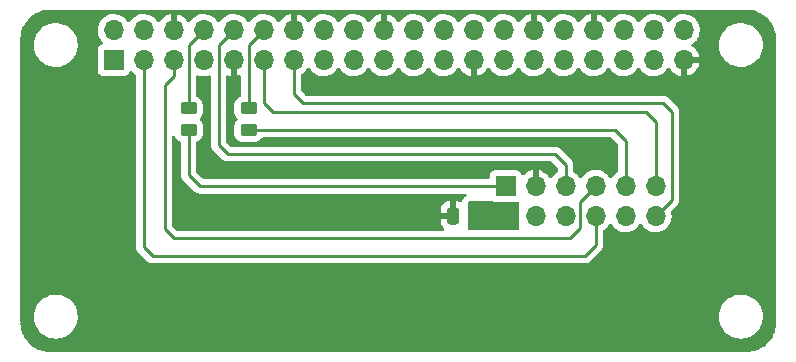
<source format=gtl>
G04 #@! TF.GenerationSoftware,KiCad,Pcbnew,(6.0.4)*
G04 #@! TF.CreationDate,2022-03-24T17:42:47+01:00*
G04 #@! TF.ProjectId,MT32pi-MiSTer,4d543332-7069-42d4-9d69-535465722e6b,rev?*
G04 #@! TF.SameCoordinates,Original*
G04 #@! TF.FileFunction,Copper,L1,Top*
G04 #@! TF.FilePolarity,Positive*
%FSLAX46Y46*%
G04 Gerber Fmt 4.6, Leading zero omitted, Abs format (unit mm)*
G04 Created by KiCad (PCBNEW (6.0.4)) date 2022-03-24 17:42:47*
%MOMM*%
%LPD*%
G01*
G04 APERTURE LIST*
G04 Aperture macros list*
%AMRoundRect*
0 Rectangle with rounded corners*
0 $1 Rounding radius*
0 $2 $3 $4 $5 $6 $7 $8 $9 X,Y pos of 4 corners*
0 Add a 4 corners polygon primitive as box body*
4,1,4,$2,$3,$4,$5,$6,$7,$8,$9,$2,$3,0*
0 Add four circle primitives for the rounded corners*
1,1,$1+$1,$2,$3*
1,1,$1+$1,$4,$5*
1,1,$1+$1,$6,$7*
1,1,$1+$1,$8,$9*
0 Add four rect primitives between the rounded corners*
20,1,$1+$1,$2,$3,$4,$5,0*
20,1,$1+$1,$4,$5,$6,$7,0*
20,1,$1+$1,$6,$7,$8,$9,0*
20,1,$1+$1,$8,$9,$2,$3,0*%
G04 Aperture macros list end*
G04 #@! TA.AperFunction,ComponentPad*
%ADD10R,1.700000X1.700000*%
G04 #@! TD*
G04 #@! TA.AperFunction,ComponentPad*
%ADD11O,1.700000X1.700000*%
G04 #@! TD*
G04 #@! TA.AperFunction,SMDPad,CuDef*
%ADD12RoundRect,0.250000X-0.450000X0.262500X-0.450000X-0.262500X0.450000X-0.262500X0.450000X0.262500X0*%
G04 #@! TD*
G04 #@! TA.AperFunction,SMDPad,CuDef*
%ADD13RoundRect,0.250000X0.250000X0.475000X-0.250000X0.475000X-0.250000X-0.475000X0.250000X-0.475000X0*%
G04 #@! TD*
G04 #@! TA.AperFunction,ViaPad*
%ADD14C,0.800000*%
G04 #@! TD*
G04 #@! TA.AperFunction,Conductor*
%ADD15C,0.250000*%
G04 #@! TD*
G04 APERTURE END LIST*
D10*
X88400000Y-54790000D03*
D11*
X88400000Y-52250000D03*
X90940000Y-54790000D03*
X90940000Y-52250000D03*
X93480000Y-54790000D03*
X93480000Y-52250000D03*
X96020000Y-54790000D03*
X96020000Y-52250000D03*
X98560000Y-54790000D03*
X98560000Y-52250000D03*
X101100000Y-54790000D03*
X101100000Y-52250000D03*
X103640000Y-54790000D03*
X103640000Y-52250000D03*
X106180000Y-54790000D03*
X106180000Y-52250000D03*
X108720000Y-54790000D03*
X108720000Y-52250000D03*
X111260000Y-54790000D03*
X111260000Y-52250000D03*
X113800000Y-54790000D03*
X113800000Y-52250000D03*
X116340000Y-54790000D03*
X116340000Y-52250000D03*
X118880000Y-54790000D03*
X118880000Y-52250000D03*
X121420000Y-54790000D03*
X121420000Y-52250000D03*
X123960000Y-54790000D03*
X123960000Y-52250000D03*
X126500000Y-54790000D03*
X126500000Y-52250000D03*
X129040000Y-54790000D03*
X129040000Y-52250000D03*
X131580000Y-54790000D03*
X131580000Y-52250000D03*
X134120000Y-54790000D03*
X134120000Y-52250000D03*
X136660000Y-54790000D03*
X136660000Y-52250000D03*
D10*
X121580000Y-65450000D03*
D11*
X121580000Y-67990000D03*
X124120000Y-65450000D03*
X124120000Y-67990000D03*
X126660000Y-65450000D03*
X126660000Y-67990000D03*
X129200000Y-65450000D03*
X129200000Y-67990000D03*
X131740000Y-65450000D03*
X131740000Y-67990000D03*
X134280000Y-65450000D03*
X134280000Y-67990000D03*
D12*
X94742000Y-58881000D03*
X94742000Y-60706000D03*
D13*
X119000000Y-67950000D03*
X117100000Y-67950000D03*
D12*
X99822000Y-58881000D03*
X99822000Y-60706000D03*
D14*
X120100000Y-68450000D03*
X120100000Y-67550000D03*
X116000000Y-61700000D03*
X81000000Y-70000000D03*
X81000000Y-65000000D03*
X130000000Y-79000000D03*
X129200000Y-62900000D03*
X93900000Y-66700000D03*
X100000000Y-79000000D03*
X136900000Y-65100000D03*
X106000000Y-61700000D03*
X144000000Y-60000000D03*
X116000000Y-64100000D03*
X113900000Y-68600000D03*
X136900000Y-62100000D03*
X126200000Y-57000000D03*
X90000000Y-79000000D03*
X136200000Y-57000000D03*
X113900000Y-66700000D03*
X116200000Y-57000000D03*
X125000000Y-79000000D03*
X120000000Y-79000000D03*
X111200000Y-57000000D03*
X121200000Y-57000000D03*
X103900000Y-66700000D03*
X81000000Y-60000000D03*
X106000000Y-64100000D03*
X95000000Y-79000000D03*
X115000000Y-79000000D03*
X136900000Y-68100000D03*
X93900000Y-68600000D03*
X144000000Y-65000000D03*
X105000000Y-79000000D03*
X131200000Y-57000000D03*
X110000000Y-79000000D03*
X98600000Y-57000000D03*
X144000000Y-70000000D03*
X96000000Y-57000000D03*
X135000000Y-79000000D03*
X103900000Y-68600000D03*
X136900000Y-59100000D03*
X96000000Y-64100000D03*
X106200000Y-57000000D03*
D15*
X96020000Y-52250000D02*
X94742000Y-53528000D01*
X101100000Y-52250000D02*
X99822000Y-53528000D01*
X91694000Y-71374000D02*
X90932000Y-70612000D01*
X128270000Y-71374000D02*
X91694000Y-71374000D01*
X129200000Y-67990000D02*
X129200000Y-70444000D01*
X90940000Y-64000000D02*
X90940000Y-54790000D01*
X90932000Y-70612000D02*
X90932000Y-64008000D01*
X94742000Y-53528000D02*
X94742000Y-58881000D01*
X99822000Y-53528000D02*
X99822000Y-58881000D01*
X127889000Y-68961000D02*
X127000000Y-69850000D01*
X101854000Y-59182000D02*
X133432000Y-59182000D01*
X127889000Y-66761000D02*
X127889000Y-68961000D01*
X125730000Y-62738000D02*
X98044000Y-62738000D01*
X129200000Y-65450000D02*
X127889000Y-66761000D01*
X133432000Y-59182000D02*
X134280000Y-60030000D01*
X131740000Y-61636000D02*
X130810000Y-60706000D01*
X92710000Y-56896000D02*
X93480000Y-56126000D01*
X134280000Y-60030000D02*
X134280000Y-65450000D01*
X127000000Y-69850000D02*
X93472000Y-69850000D01*
X135636000Y-59182000D02*
X135636000Y-66634000D01*
X126660000Y-63668000D02*
X125730000Y-62738000D01*
X97282000Y-53528000D02*
X98560000Y-52250000D01*
X134874000Y-58420000D02*
X135636000Y-59182000D01*
X126660000Y-65450000D02*
X126660000Y-63668000D01*
X129200000Y-70444000D02*
X128270000Y-71374000D01*
X101100000Y-58428000D02*
X101854000Y-59182000D01*
X92710000Y-69088000D02*
X92710000Y-56896000D01*
X97282000Y-61976000D02*
X97282000Y-53528000D01*
X93472000Y-69850000D02*
X92710000Y-69088000D01*
X95676000Y-65450000D02*
X94742000Y-64516000D01*
X104394000Y-58420000D02*
X134874000Y-58420000D01*
X90932000Y-64008000D02*
X90940000Y-64000000D01*
X135636000Y-66634000D02*
X134280000Y-67990000D01*
X103640000Y-57666000D02*
X104394000Y-58420000D01*
X121580000Y-65450000D02*
X95676000Y-65450000D01*
X131740000Y-65450000D02*
X131740000Y-61636000D01*
X94742000Y-64516000D02*
X94742000Y-60706000D01*
X130810000Y-60706000D02*
X99822000Y-60706000D01*
X101100000Y-54790000D02*
X101100000Y-58428000D01*
X103640000Y-54790000D02*
X103640000Y-57666000D01*
X93480000Y-56126000D02*
X93480000Y-54790000D01*
X98044000Y-62738000D02*
X97282000Y-61976000D01*
G04 #@! TA.AperFunction,Conductor*
G36*
X120503041Y-66758018D02*
G01*
X120612282Y-66798971D01*
X120612288Y-66798973D01*
X120619684Y-66801745D01*
X120681866Y-66808500D01*
X122478134Y-66808500D01*
X122540316Y-66801745D01*
X122579771Y-66786954D01*
X122650577Y-66781771D01*
X122712946Y-66815691D01*
X122747075Y-66877946D01*
X122750000Y-66904936D01*
X122750000Y-69024000D01*
X122729998Y-69092121D01*
X122676342Y-69138614D01*
X122624000Y-69150000D01*
X118526000Y-69150000D01*
X118457879Y-69129998D01*
X118411386Y-69076342D01*
X118400000Y-69024000D01*
X118400000Y-66876000D01*
X118420002Y-66807879D01*
X118473658Y-66761386D01*
X118526000Y-66750000D01*
X120458812Y-66750000D01*
X120503041Y-66758018D01*
G37*
G04 #@! TD.AperFunction*
G04 #@! TA.AperFunction,Conductor*
G36*
X141970018Y-50510000D02*
G01*
X141984851Y-50512310D01*
X141984855Y-50512310D01*
X141993724Y-50513691D01*
X142010923Y-50511442D01*
X142034863Y-50510609D01*
X142292710Y-50526206D01*
X142307814Y-50528040D01*
X142379786Y-50541229D01*
X142588760Y-50579525D01*
X142603526Y-50583164D01*
X142876231Y-50668142D01*
X142890445Y-50673534D01*
X143108223Y-50771547D01*
X143150906Y-50790757D01*
X143164379Y-50797828D01*
X143408813Y-50945595D01*
X143421334Y-50954238D01*
X143646171Y-51130385D01*
X143657560Y-51140475D01*
X143859525Y-51342440D01*
X143869615Y-51353829D01*
X144045762Y-51578666D01*
X144054405Y-51591187D01*
X144128171Y-51713209D01*
X144187873Y-51811967D01*
X144202172Y-51835621D01*
X144209242Y-51849092D01*
X144326466Y-52109555D01*
X144331858Y-52123769D01*
X144416836Y-52396473D01*
X144420475Y-52411240D01*
X144444625Y-52543023D01*
X144471960Y-52692186D01*
X144473794Y-52707290D01*
X144488953Y-52957904D01*
X144487692Y-52984716D01*
X144487690Y-52984852D01*
X144486309Y-52993724D01*
X144487473Y-53002626D01*
X144487473Y-53002628D01*
X144490436Y-53025283D01*
X144491500Y-53041621D01*
X144491500Y-76950633D01*
X144490000Y-76970018D01*
X144487690Y-76984851D01*
X144487690Y-76984855D01*
X144486309Y-76993724D01*
X144488558Y-77010919D01*
X144489391Y-77034863D01*
X144473794Y-77292710D01*
X144471960Y-77307814D01*
X144465272Y-77344308D01*
X144425921Y-77559049D01*
X144420477Y-77588754D01*
X144416836Y-77603526D01*
X144365198Y-77769240D01*
X144331859Y-77876227D01*
X144326466Y-77890445D01*
X144231538Y-78101369D01*
X144209243Y-78150906D01*
X144202173Y-78164378D01*
X144186532Y-78190250D01*
X144054405Y-78408813D01*
X144045762Y-78421334D01*
X143869615Y-78646171D01*
X143859525Y-78657560D01*
X143657560Y-78859525D01*
X143646171Y-78869615D01*
X143421334Y-79045762D01*
X143408813Y-79054405D01*
X143164379Y-79202172D01*
X143150908Y-79209242D01*
X142890445Y-79326466D01*
X142876231Y-79331858D01*
X142603527Y-79416836D01*
X142588760Y-79420475D01*
X142379786Y-79458771D01*
X142307814Y-79471960D01*
X142292710Y-79473794D01*
X142042096Y-79488953D01*
X142015284Y-79487692D01*
X142015148Y-79487690D01*
X142006276Y-79486309D01*
X141997374Y-79487473D01*
X141997372Y-79487473D01*
X141982707Y-79489391D01*
X141974714Y-79490436D01*
X141958379Y-79491500D01*
X83049367Y-79491500D01*
X83029982Y-79490000D01*
X83015149Y-79487690D01*
X83015145Y-79487690D01*
X83006276Y-79486309D01*
X82989077Y-79488558D01*
X82965137Y-79489391D01*
X82707290Y-79473794D01*
X82692186Y-79471960D01*
X82620214Y-79458771D01*
X82411240Y-79420475D01*
X82396473Y-79416836D01*
X82123769Y-79331858D01*
X82109555Y-79326466D01*
X81849092Y-79209242D01*
X81835621Y-79202172D01*
X81591187Y-79054405D01*
X81578666Y-79045762D01*
X81353829Y-78869615D01*
X81342440Y-78859525D01*
X81140475Y-78657560D01*
X81130385Y-78646171D01*
X80954238Y-78421334D01*
X80945595Y-78408813D01*
X80813468Y-78190250D01*
X80797827Y-78164378D01*
X80790757Y-78150906D01*
X80768462Y-78101369D01*
X80673534Y-77890445D01*
X80668141Y-77876227D01*
X80634803Y-77769240D01*
X80583164Y-77603526D01*
X80579523Y-77588754D01*
X80574080Y-77559049D01*
X80534728Y-77344308D01*
X80528040Y-77307814D01*
X80526206Y-77292710D01*
X80511269Y-77045768D01*
X80512520Y-77022216D01*
X80512334Y-77022199D01*
X80512769Y-77017350D01*
X80513576Y-77012552D01*
X80513729Y-77000000D01*
X80509773Y-76972376D01*
X80508500Y-76954514D01*
X80508500Y-76542277D01*
X81637009Y-76542277D01*
X81662625Y-76810769D01*
X81663710Y-76815203D01*
X81663711Y-76815209D01*
X81710811Y-77007690D01*
X81726731Y-77072750D01*
X81827985Y-77322733D01*
X81964265Y-77555482D01*
X81996872Y-77596255D01*
X82084686Y-77706060D01*
X82132716Y-77766119D01*
X82329809Y-77950234D01*
X82551416Y-78103968D01*
X82555499Y-78105999D01*
X82555502Y-78106001D01*
X82659740Y-78157858D01*
X82792894Y-78224101D01*
X82797228Y-78225522D01*
X82797231Y-78225523D01*
X83044853Y-78306698D01*
X83044859Y-78306699D01*
X83049186Y-78308118D01*
X83053677Y-78308898D01*
X83053678Y-78308898D01*
X83311140Y-78353601D01*
X83311148Y-78353602D01*
X83314921Y-78354257D01*
X83318758Y-78354448D01*
X83398578Y-78358422D01*
X83398586Y-78358422D01*
X83400149Y-78358500D01*
X83568512Y-78358500D01*
X83570780Y-78358335D01*
X83570792Y-78358335D01*
X83701884Y-78348823D01*
X83769004Y-78343953D01*
X83773459Y-78342969D01*
X83773462Y-78342969D01*
X84027912Y-78286791D01*
X84027916Y-78286790D01*
X84032372Y-78285806D01*
X84158480Y-78238028D01*
X84280318Y-78191868D01*
X84280321Y-78191867D01*
X84284588Y-78190250D01*
X84520368Y-78059286D01*
X84734773Y-77895657D01*
X84739860Y-77890454D01*
X84920117Y-77706060D01*
X84923312Y-77702792D01*
X85082034Y-77484730D01*
X85134521Y-77384969D01*
X85205490Y-77250079D01*
X85205493Y-77250073D01*
X85207615Y-77246039D01*
X85270378Y-77068312D01*
X85295902Y-76996033D01*
X85295902Y-76996032D01*
X85297425Y-76991720D01*
X85349581Y-76727100D01*
X85358782Y-76542277D01*
X139637009Y-76542277D01*
X139662625Y-76810769D01*
X139663710Y-76815203D01*
X139663711Y-76815209D01*
X139710811Y-77007690D01*
X139726731Y-77072750D01*
X139827985Y-77322733D01*
X139964265Y-77555482D01*
X139996872Y-77596255D01*
X140084686Y-77706060D01*
X140132716Y-77766119D01*
X140329809Y-77950234D01*
X140551416Y-78103968D01*
X140555499Y-78105999D01*
X140555502Y-78106001D01*
X140659740Y-78157858D01*
X140792894Y-78224101D01*
X140797228Y-78225522D01*
X140797231Y-78225523D01*
X141044853Y-78306698D01*
X141044859Y-78306699D01*
X141049186Y-78308118D01*
X141053677Y-78308898D01*
X141053678Y-78308898D01*
X141311140Y-78353601D01*
X141311148Y-78353602D01*
X141314921Y-78354257D01*
X141318758Y-78354448D01*
X141398578Y-78358422D01*
X141398586Y-78358422D01*
X141400149Y-78358500D01*
X141568512Y-78358500D01*
X141570780Y-78358335D01*
X141570792Y-78358335D01*
X141701884Y-78348823D01*
X141769004Y-78343953D01*
X141773459Y-78342969D01*
X141773462Y-78342969D01*
X142027912Y-78286791D01*
X142027916Y-78286790D01*
X142032372Y-78285806D01*
X142158480Y-78238028D01*
X142280318Y-78191868D01*
X142280321Y-78191867D01*
X142284588Y-78190250D01*
X142520368Y-78059286D01*
X142734773Y-77895657D01*
X142739860Y-77890454D01*
X142920117Y-77706060D01*
X142923312Y-77702792D01*
X143082034Y-77484730D01*
X143134521Y-77384969D01*
X143205490Y-77250079D01*
X143205493Y-77250073D01*
X143207615Y-77246039D01*
X143270378Y-77068312D01*
X143295902Y-76996033D01*
X143295902Y-76996032D01*
X143297425Y-76991720D01*
X143349581Y-76727100D01*
X143358782Y-76542277D01*
X143362764Y-76462292D01*
X143362764Y-76462286D01*
X143362991Y-76457723D01*
X143337375Y-76189231D01*
X143292042Y-76003967D01*
X143274355Y-75931688D01*
X143273269Y-75927250D01*
X143172015Y-75677267D01*
X143035735Y-75444518D01*
X142917928Y-75297208D01*
X142870136Y-75237447D01*
X142870135Y-75237445D01*
X142867284Y-75233881D01*
X142670191Y-75049766D01*
X142448584Y-74896032D01*
X142444501Y-74894001D01*
X142444498Y-74893999D01*
X142279606Y-74811967D01*
X142207106Y-74775899D01*
X142202772Y-74774478D01*
X142202769Y-74774477D01*
X141955147Y-74693302D01*
X141955141Y-74693301D01*
X141950814Y-74691882D01*
X141946322Y-74691102D01*
X141688860Y-74646399D01*
X141688852Y-74646398D01*
X141685079Y-74645743D01*
X141673817Y-74645182D01*
X141601422Y-74641578D01*
X141601414Y-74641578D01*
X141599851Y-74641500D01*
X141431488Y-74641500D01*
X141429220Y-74641665D01*
X141429208Y-74641665D01*
X141298116Y-74651177D01*
X141230996Y-74656047D01*
X141226541Y-74657031D01*
X141226538Y-74657031D01*
X140972088Y-74713209D01*
X140972084Y-74713210D01*
X140967628Y-74714194D01*
X140841520Y-74761972D01*
X140719682Y-74808132D01*
X140719679Y-74808133D01*
X140715412Y-74809750D01*
X140479632Y-74940714D01*
X140265227Y-75104343D01*
X140076688Y-75297208D01*
X139917966Y-75515270D01*
X139915844Y-75519304D01*
X139794510Y-75749921D01*
X139794507Y-75749927D01*
X139792385Y-75753961D01*
X139790865Y-75758266D01*
X139790863Y-75758270D01*
X139704098Y-76003967D01*
X139702575Y-76008280D01*
X139650419Y-76272900D01*
X139650192Y-76277453D01*
X139650192Y-76277456D01*
X139640991Y-76462292D01*
X139637009Y-76542277D01*
X85358782Y-76542277D01*
X85362764Y-76462292D01*
X85362764Y-76462286D01*
X85362991Y-76457723D01*
X85337375Y-76189231D01*
X85292042Y-76003967D01*
X85274355Y-75931688D01*
X85273269Y-75927250D01*
X85172015Y-75677267D01*
X85035735Y-75444518D01*
X84917928Y-75297208D01*
X84870136Y-75237447D01*
X84870135Y-75237445D01*
X84867284Y-75233881D01*
X84670191Y-75049766D01*
X84448584Y-74896032D01*
X84444501Y-74894001D01*
X84444498Y-74893999D01*
X84279606Y-74811967D01*
X84207106Y-74775899D01*
X84202772Y-74774478D01*
X84202769Y-74774477D01*
X83955147Y-74693302D01*
X83955141Y-74693301D01*
X83950814Y-74691882D01*
X83946322Y-74691102D01*
X83688860Y-74646399D01*
X83688852Y-74646398D01*
X83685079Y-74645743D01*
X83673817Y-74645182D01*
X83601422Y-74641578D01*
X83601414Y-74641578D01*
X83599851Y-74641500D01*
X83431488Y-74641500D01*
X83429220Y-74641665D01*
X83429208Y-74641665D01*
X83298116Y-74651177D01*
X83230996Y-74656047D01*
X83226541Y-74657031D01*
X83226538Y-74657031D01*
X82972088Y-74713209D01*
X82972084Y-74713210D01*
X82967628Y-74714194D01*
X82841520Y-74761972D01*
X82719682Y-74808132D01*
X82719679Y-74808133D01*
X82715412Y-74809750D01*
X82479632Y-74940714D01*
X82265227Y-75104343D01*
X82076688Y-75297208D01*
X81917966Y-75515270D01*
X81915844Y-75519304D01*
X81794510Y-75749921D01*
X81794507Y-75749927D01*
X81792385Y-75753961D01*
X81790865Y-75758266D01*
X81790863Y-75758270D01*
X81704098Y-76003967D01*
X81702575Y-76008280D01*
X81650419Y-76272900D01*
X81650192Y-76277453D01*
X81650192Y-76277456D01*
X81640991Y-76462292D01*
X81637009Y-76542277D01*
X80508500Y-76542277D01*
X80508500Y-53542277D01*
X81637009Y-53542277D01*
X81662625Y-53810769D01*
X81663710Y-53815203D01*
X81663711Y-53815209D01*
X81725645Y-54068312D01*
X81726731Y-54072750D01*
X81827985Y-54322733D01*
X81920476Y-54480696D01*
X81959525Y-54547386D01*
X81964265Y-54555482D01*
X81967118Y-54559049D01*
X82084686Y-54706060D01*
X82132716Y-54766119D01*
X82329809Y-54950234D01*
X82551416Y-55103968D01*
X82555499Y-55105999D01*
X82555502Y-55106001D01*
X82671013Y-55163466D01*
X82792894Y-55224101D01*
X82797228Y-55225522D01*
X82797231Y-55225523D01*
X83044853Y-55306698D01*
X83044859Y-55306699D01*
X83049186Y-55308118D01*
X83053677Y-55308898D01*
X83053678Y-55308898D01*
X83311140Y-55353601D01*
X83311148Y-55353602D01*
X83314921Y-55354257D01*
X83318758Y-55354448D01*
X83398578Y-55358422D01*
X83398586Y-55358422D01*
X83400149Y-55358500D01*
X83568512Y-55358500D01*
X83570780Y-55358335D01*
X83570792Y-55358335D01*
X83701884Y-55348823D01*
X83769004Y-55343953D01*
X83773459Y-55342969D01*
X83773462Y-55342969D01*
X84027912Y-55286791D01*
X84027916Y-55286790D01*
X84032372Y-55285806D01*
X84158480Y-55238028D01*
X84280318Y-55191868D01*
X84280321Y-55191867D01*
X84284588Y-55190250D01*
X84520368Y-55059286D01*
X84734773Y-54895657D01*
X84923312Y-54702792D01*
X85082034Y-54484730D01*
X85165190Y-54326676D01*
X85205490Y-54250079D01*
X85205493Y-54250073D01*
X85207615Y-54246039D01*
X85243918Y-54143240D01*
X85295902Y-53996033D01*
X85295902Y-53996032D01*
X85297425Y-53991720D01*
X85335757Y-53797240D01*
X85348700Y-53731572D01*
X85348701Y-53731566D01*
X85349581Y-53727100D01*
X85349808Y-53722544D01*
X85362764Y-53462292D01*
X85362764Y-53462286D01*
X85362991Y-53457723D01*
X85337375Y-53189231D01*
X85334901Y-53179117D01*
X85274355Y-52931688D01*
X85273269Y-52927250D01*
X85172015Y-52677267D01*
X85063896Y-52492614D01*
X85038045Y-52448463D01*
X85038044Y-52448462D01*
X85035735Y-52444518D01*
X84917928Y-52297208D01*
X84870136Y-52237447D01*
X84870135Y-52237445D01*
X84867284Y-52233881D01*
X84848887Y-52216695D01*
X87037251Y-52216695D01*
X87037548Y-52221848D01*
X87037548Y-52221851D01*
X87049570Y-52430342D01*
X87050110Y-52439715D01*
X87051247Y-52444761D01*
X87051248Y-52444767D01*
X87062031Y-52492614D01*
X87099222Y-52657639D01*
X87183266Y-52864616D01*
X87221648Y-52927250D01*
X87297291Y-53050688D01*
X87299987Y-53055088D01*
X87446250Y-53223938D01*
X87450230Y-53227242D01*
X87454981Y-53231187D01*
X87494616Y-53290090D01*
X87496113Y-53361071D01*
X87458997Y-53421593D01*
X87418725Y-53446112D01*
X87377913Y-53461412D01*
X87303295Y-53489385D01*
X87186739Y-53576739D01*
X87099385Y-53693295D01*
X87048255Y-53829684D01*
X87041500Y-53891866D01*
X87041500Y-55688134D01*
X87048255Y-55750316D01*
X87099385Y-55886705D01*
X87186739Y-56003261D01*
X87303295Y-56090615D01*
X87439684Y-56141745D01*
X87501866Y-56148500D01*
X89298134Y-56148500D01*
X89360316Y-56141745D01*
X89496705Y-56090615D01*
X89613261Y-56003261D01*
X89700615Y-55886705D01*
X89722799Y-55827529D01*
X89744598Y-55769382D01*
X89787240Y-55712618D01*
X89853802Y-55687918D01*
X89923150Y-55703126D01*
X89957817Y-55731114D01*
X89986250Y-55763938D01*
X90158126Y-55906632D01*
X90162593Y-55909242D01*
X90244070Y-55956853D01*
X90292794Y-56008491D01*
X90306500Y-56065641D01*
X90306500Y-63880896D01*
X90302543Y-63912225D01*
X90298500Y-63927970D01*
X90298500Y-63948224D01*
X90296949Y-63967934D01*
X90293780Y-63987943D01*
X90294526Y-63995835D01*
X90297941Y-64031961D01*
X90298500Y-64043819D01*
X90298500Y-70533233D01*
X90297973Y-70544416D01*
X90296298Y-70551909D01*
X90296547Y-70559835D01*
X90296547Y-70559836D01*
X90298438Y-70619986D01*
X90298500Y-70623945D01*
X90298500Y-70651856D01*
X90298997Y-70655790D01*
X90298997Y-70655791D01*
X90299005Y-70655856D01*
X90299938Y-70667693D01*
X90301327Y-70711889D01*
X90306146Y-70728475D01*
X90306978Y-70731339D01*
X90310987Y-70750700D01*
X90312386Y-70761770D01*
X90313526Y-70770797D01*
X90316445Y-70778168D01*
X90316445Y-70778170D01*
X90329804Y-70811912D01*
X90333649Y-70823142D01*
X90343771Y-70857983D01*
X90345982Y-70865593D01*
X90350015Y-70872412D01*
X90350017Y-70872417D01*
X90356293Y-70883028D01*
X90364988Y-70900776D01*
X90372448Y-70919617D01*
X90377110Y-70926033D01*
X90377110Y-70926034D01*
X90398436Y-70955387D01*
X90404952Y-70965307D01*
X90427458Y-71003362D01*
X90441779Y-71017683D01*
X90454619Y-71032716D01*
X90466528Y-71049107D01*
X90498413Y-71075484D01*
X90500593Y-71077288D01*
X90509374Y-71085278D01*
X91190353Y-71766258D01*
X91197887Y-71774537D01*
X91202000Y-71781018D01*
X91223095Y-71800827D01*
X91251651Y-71827643D01*
X91254493Y-71830398D01*
X91274230Y-71850135D01*
X91277427Y-71852615D01*
X91286447Y-71860318D01*
X91318679Y-71890586D01*
X91325625Y-71894405D01*
X91325628Y-71894407D01*
X91336434Y-71900348D01*
X91352953Y-71911199D01*
X91368959Y-71923614D01*
X91376228Y-71926759D01*
X91376232Y-71926762D01*
X91409537Y-71941174D01*
X91420187Y-71946391D01*
X91458940Y-71967695D01*
X91466615Y-71969666D01*
X91466616Y-71969666D01*
X91478562Y-71972733D01*
X91497267Y-71979137D01*
X91515855Y-71987181D01*
X91523678Y-71988420D01*
X91523688Y-71988423D01*
X91559524Y-71994099D01*
X91571144Y-71996505D01*
X91602959Y-72004673D01*
X91613970Y-72007500D01*
X91634224Y-72007500D01*
X91653934Y-72009051D01*
X91673943Y-72012220D01*
X91681835Y-72011474D01*
X91700580Y-72009702D01*
X91717962Y-72008059D01*
X91729819Y-72007500D01*
X128191233Y-72007500D01*
X128202416Y-72008027D01*
X128209909Y-72009702D01*
X128217835Y-72009453D01*
X128217836Y-72009453D01*
X128277986Y-72007562D01*
X128281945Y-72007500D01*
X128309856Y-72007500D01*
X128313791Y-72007003D01*
X128313856Y-72006995D01*
X128325693Y-72006062D01*
X128357951Y-72005048D01*
X128361970Y-72004922D01*
X128369889Y-72004673D01*
X128389343Y-71999021D01*
X128408700Y-71995013D01*
X128420930Y-71993468D01*
X128420931Y-71993468D01*
X128428797Y-71992474D01*
X128436168Y-71989555D01*
X128436170Y-71989555D01*
X128469912Y-71976196D01*
X128481142Y-71972351D01*
X128515983Y-71962229D01*
X128515984Y-71962229D01*
X128523593Y-71960018D01*
X128530412Y-71955985D01*
X128530417Y-71955983D01*
X128541028Y-71949707D01*
X128558776Y-71941012D01*
X128577617Y-71933552D01*
X128613387Y-71907564D01*
X128623307Y-71901048D01*
X128654535Y-71882580D01*
X128654538Y-71882578D01*
X128661362Y-71878542D01*
X128675683Y-71864221D01*
X128690717Y-71851380D01*
X128700694Y-71844131D01*
X128707107Y-71839472D01*
X128735298Y-71805395D01*
X128743288Y-71796616D01*
X129592247Y-70947657D01*
X129600537Y-70940113D01*
X129607018Y-70936000D01*
X129653659Y-70886332D01*
X129656413Y-70883491D01*
X129676135Y-70863769D01*
X129678612Y-70860576D01*
X129686317Y-70851555D01*
X129711159Y-70825100D01*
X129716586Y-70819321D01*
X129720659Y-70811912D01*
X129726346Y-70801568D01*
X129737202Y-70785041D01*
X129744757Y-70775302D01*
X129744758Y-70775300D01*
X129749614Y-70769040D01*
X129767174Y-70728460D01*
X129772391Y-70717812D01*
X129789875Y-70686009D01*
X129789876Y-70686007D01*
X129793695Y-70679060D01*
X129798733Y-70659437D01*
X129805137Y-70640734D01*
X129810033Y-70629420D01*
X129810033Y-70629419D01*
X129813181Y-70622145D01*
X129814420Y-70614322D01*
X129814423Y-70614312D01*
X129820099Y-70578476D01*
X129822505Y-70566856D01*
X129831528Y-70531711D01*
X129831528Y-70531710D01*
X129833500Y-70524030D01*
X129833500Y-70503776D01*
X129835051Y-70484065D01*
X129835141Y-70483500D01*
X129838220Y-70464057D01*
X129834059Y-70420038D01*
X129833500Y-70408181D01*
X129833500Y-69270427D01*
X129853502Y-69202306D01*
X129894618Y-69162550D01*
X129897994Y-69160896D01*
X130079860Y-69031173D01*
X130089976Y-69021093D01*
X130234435Y-68877137D01*
X130238096Y-68873489D01*
X130368453Y-68692077D01*
X130369776Y-68693028D01*
X130416645Y-68649857D01*
X130486580Y-68637625D01*
X130552026Y-68665144D01*
X130579875Y-68696994D01*
X130639987Y-68795088D01*
X130786250Y-68963938D01*
X130958126Y-69106632D01*
X131151000Y-69219338D01*
X131359692Y-69299030D01*
X131364760Y-69300061D01*
X131364763Y-69300062D01*
X131472017Y-69321883D01*
X131578597Y-69343567D01*
X131583772Y-69343757D01*
X131583774Y-69343757D01*
X131796673Y-69351564D01*
X131796677Y-69351564D01*
X131801837Y-69351753D01*
X131806957Y-69351097D01*
X131806959Y-69351097D01*
X132018288Y-69324025D01*
X132018289Y-69324025D01*
X132023416Y-69323368D01*
X132028366Y-69321883D01*
X132232429Y-69260661D01*
X132232434Y-69260659D01*
X132237384Y-69259174D01*
X132437994Y-69160896D01*
X132619860Y-69031173D01*
X132629976Y-69021093D01*
X132774435Y-68877137D01*
X132778096Y-68873489D01*
X132908453Y-68692077D01*
X132909776Y-68693028D01*
X132956645Y-68649857D01*
X133026580Y-68637625D01*
X133092026Y-68665144D01*
X133119875Y-68696994D01*
X133179987Y-68795088D01*
X133326250Y-68963938D01*
X133498126Y-69106632D01*
X133691000Y-69219338D01*
X133899692Y-69299030D01*
X133904760Y-69300061D01*
X133904763Y-69300062D01*
X134012017Y-69321883D01*
X134118597Y-69343567D01*
X134123772Y-69343757D01*
X134123774Y-69343757D01*
X134336673Y-69351564D01*
X134336677Y-69351564D01*
X134341837Y-69351753D01*
X134346957Y-69351097D01*
X134346959Y-69351097D01*
X134558288Y-69324025D01*
X134558289Y-69324025D01*
X134563416Y-69323368D01*
X134568366Y-69321883D01*
X134772429Y-69260661D01*
X134772434Y-69260659D01*
X134777384Y-69259174D01*
X134977994Y-69160896D01*
X135159860Y-69031173D01*
X135169976Y-69021093D01*
X135314435Y-68877137D01*
X135318096Y-68873489D01*
X135448453Y-68692077D01*
X135461995Y-68664678D01*
X135545136Y-68496453D01*
X135545137Y-68496451D01*
X135547430Y-68491811D01*
X135612370Y-68278069D01*
X135641529Y-68056590D01*
X135643156Y-67990000D01*
X135624852Y-67767361D01*
X135596821Y-67655765D01*
X135599625Y-67584823D01*
X135629930Y-67535974D01*
X136028247Y-67137657D01*
X136036537Y-67130113D01*
X136043018Y-67126000D01*
X136089659Y-67076332D01*
X136092413Y-67073491D01*
X136112135Y-67053769D01*
X136114612Y-67050576D01*
X136122317Y-67041555D01*
X136147159Y-67015100D01*
X136152586Y-67009321D01*
X136159431Y-66996870D01*
X136162346Y-66991568D01*
X136173202Y-66975041D01*
X136180757Y-66965302D01*
X136180758Y-66965300D01*
X136185614Y-66959040D01*
X136203174Y-66918460D01*
X136208391Y-66907812D01*
X136225875Y-66876009D01*
X136225876Y-66876007D01*
X136229695Y-66869060D01*
X136234733Y-66849437D01*
X136241137Y-66830734D01*
X136246033Y-66819420D01*
X136246033Y-66819419D01*
X136249181Y-66812145D01*
X136250420Y-66804322D01*
X136250423Y-66804312D01*
X136256099Y-66768476D01*
X136258505Y-66756856D01*
X136267528Y-66721711D01*
X136267528Y-66721710D01*
X136269500Y-66714030D01*
X136269500Y-66693776D01*
X136271051Y-66674065D01*
X136272980Y-66661886D01*
X136274220Y-66654057D01*
X136270059Y-66610038D01*
X136269500Y-66598181D01*
X136269500Y-59260768D01*
X136270027Y-59249585D01*
X136271702Y-59242092D01*
X136269562Y-59174001D01*
X136269500Y-59170044D01*
X136269500Y-59142144D01*
X136268996Y-59138153D01*
X136268063Y-59126311D01*
X136266923Y-59090036D01*
X136266674Y-59082111D01*
X136264462Y-59074497D01*
X136264461Y-59074492D01*
X136261023Y-59062659D01*
X136257012Y-59043295D01*
X136255467Y-59031064D01*
X136254474Y-59023203D01*
X136251557Y-59015836D01*
X136251556Y-59015831D01*
X136238198Y-58982092D01*
X136234354Y-58970865D01*
X136224230Y-58936022D01*
X136222018Y-58928407D01*
X136211707Y-58910972D01*
X136203012Y-58893224D01*
X136195552Y-58874383D01*
X136169564Y-58838613D01*
X136163048Y-58828693D01*
X136144580Y-58797465D01*
X136144578Y-58797462D01*
X136140542Y-58790638D01*
X136126221Y-58776317D01*
X136113380Y-58761283D01*
X136106132Y-58751307D01*
X136101472Y-58744893D01*
X136067407Y-58716712D01*
X136058626Y-58708722D01*
X135377647Y-58027742D01*
X135370113Y-58019463D01*
X135366000Y-58012982D01*
X135316348Y-57966356D01*
X135313507Y-57963602D01*
X135293770Y-57943865D01*
X135290573Y-57941385D01*
X135281551Y-57933680D01*
X135255100Y-57908841D01*
X135249321Y-57903414D01*
X135242375Y-57899595D01*
X135242372Y-57899593D01*
X135231566Y-57893652D01*
X135215047Y-57882801D01*
X135207751Y-57877142D01*
X135199041Y-57870386D01*
X135191772Y-57867241D01*
X135191768Y-57867238D01*
X135158463Y-57852826D01*
X135147813Y-57847609D01*
X135109060Y-57826305D01*
X135089437Y-57821267D01*
X135070734Y-57814863D01*
X135059420Y-57809967D01*
X135059419Y-57809967D01*
X135052145Y-57806819D01*
X135044322Y-57805580D01*
X135044312Y-57805577D01*
X135008476Y-57799901D01*
X134996856Y-57797495D01*
X134961711Y-57788472D01*
X134961710Y-57788472D01*
X134954030Y-57786500D01*
X134933776Y-57786500D01*
X134914065Y-57784949D01*
X134901886Y-57783020D01*
X134894057Y-57781780D01*
X134886165Y-57782526D01*
X134850039Y-57785941D01*
X134838181Y-57786500D01*
X104708595Y-57786500D01*
X104640474Y-57766498D01*
X104619499Y-57749595D01*
X104310404Y-57440499D01*
X104276379Y-57378187D01*
X104273500Y-57351404D01*
X104273500Y-56070427D01*
X104293502Y-56002306D01*
X104334618Y-55962550D01*
X104337994Y-55960896D01*
X104519860Y-55831173D01*
X104678096Y-55673489D01*
X104808453Y-55492077D01*
X104809776Y-55493028D01*
X104856645Y-55449857D01*
X104926580Y-55437625D01*
X104992026Y-55465144D01*
X105019875Y-55496994D01*
X105079987Y-55595088D01*
X105226250Y-55763938D01*
X105398126Y-55906632D01*
X105591000Y-56019338D01*
X105799692Y-56099030D01*
X105804760Y-56100061D01*
X105804763Y-56100062D01*
X105868420Y-56113013D01*
X106018597Y-56143567D01*
X106023772Y-56143757D01*
X106023774Y-56143757D01*
X106236673Y-56151564D01*
X106236677Y-56151564D01*
X106241837Y-56151753D01*
X106246957Y-56151097D01*
X106246959Y-56151097D01*
X106458288Y-56124025D01*
X106458289Y-56124025D01*
X106463416Y-56123368D01*
X106468366Y-56121883D01*
X106672429Y-56060661D01*
X106672434Y-56060659D01*
X106677384Y-56059174D01*
X106877994Y-55960896D01*
X107059860Y-55831173D01*
X107218096Y-55673489D01*
X107348453Y-55492077D01*
X107349776Y-55493028D01*
X107396645Y-55449857D01*
X107466580Y-55437625D01*
X107532026Y-55465144D01*
X107559875Y-55496994D01*
X107619987Y-55595088D01*
X107766250Y-55763938D01*
X107938126Y-55906632D01*
X108131000Y-56019338D01*
X108339692Y-56099030D01*
X108344760Y-56100061D01*
X108344763Y-56100062D01*
X108408420Y-56113013D01*
X108558597Y-56143567D01*
X108563772Y-56143757D01*
X108563774Y-56143757D01*
X108776673Y-56151564D01*
X108776677Y-56151564D01*
X108781837Y-56151753D01*
X108786957Y-56151097D01*
X108786959Y-56151097D01*
X108998288Y-56124025D01*
X108998289Y-56124025D01*
X109003416Y-56123368D01*
X109008366Y-56121883D01*
X109212429Y-56060661D01*
X109212434Y-56060659D01*
X109217384Y-56059174D01*
X109417994Y-55960896D01*
X109599860Y-55831173D01*
X109758096Y-55673489D01*
X109888453Y-55492077D01*
X109889776Y-55493028D01*
X109936645Y-55449857D01*
X110006580Y-55437625D01*
X110072026Y-55465144D01*
X110099875Y-55496994D01*
X110159987Y-55595088D01*
X110306250Y-55763938D01*
X110478126Y-55906632D01*
X110671000Y-56019338D01*
X110879692Y-56099030D01*
X110884760Y-56100061D01*
X110884763Y-56100062D01*
X110948420Y-56113013D01*
X111098597Y-56143567D01*
X111103772Y-56143757D01*
X111103774Y-56143757D01*
X111316673Y-56151564D01*
X111316677Y-56151564D01*
X111321837Y-56151753D01*
X111326957Y-56151097D01*
X111326959Y-56151097D01*
X111538288Y-56124025D01*
X111538289Y-56124025D01*
X111543416Y-56123368D01*
X111548366Y-56121883D01*
X111752429Y-56060661D01*
X111752434Y-56060659D01*
X111757384Y-56059174D01*
X111957994Y-55960896D01*
X112139860Y-55831173D01*
X112298096Y-55673489D01*
X112428453Y-55492077D01*
X112429776Y-55493028D01*
X112476645Y-55449857D01*
X112546580Y-55437625D01*
X112612026Y-55465144D01*
X112639875Y-55496994D01*
X112699987Y-55595088D01*
X112846250Y-55763938D01*
X113018126Y-55906632D01*
X113211000Y-56019338D01*
X113419692Y-56099030D01*
X113424760Y-56100061D01*
X113424763Y-56100062D01*
X113488420Y-56113013D01*
X113638597Y-56143567D01*
X113643772Y-56143757D01*
X113643774Y-56143757D01*
X113856673Y-56151564D01*
X113856677Y-56151564D01*
X113861837Y-56151753D01*
X113866957Y-56151097D01*
X113866959Y-56151097D01*
X114078288Y-56124025D01*
X114078289Y-56124025D01*
X114083416Y-56123368D01*
X114088366Y-56121883D01*
X114292429Y-56060661D01*
X114292434Y-56060659D01*
X114297384Y-56059174D01*
X114497994Y-55960896D01*
X114679860Y-55831173D01*
X114838096Y-55673489D01*
X114968453Y-55492077D01*
X114969776Y-55493028D01*
X115016645Y-55449857D01*
X115086580Y-55437625D01*
X115152026Y-55465144D01*
X115179875Y-55496994D01*
X115239987Y-55595088D01*
X115386250Y-55763938D01*
X115558126Y-55906632D01*
X115751000Y-56019338D01*
X115959692Y-56099030D01*
X115964760Y-56100061D01*
X115964763Y-56100062D01*
X116028420Y-56113013D01*
X116178597Y-56143567D01*
X116183772Y-56143757D01*
X116183774Y-56143757D01*
X116396673Y-56151564D01*
X116396677Y-56151564D01*
X116401837Y-56151753D01*
X116406957Y-56151097D01*
X116406959Y-56151097D01*
X116618288Y-56124025D01*
X116618289Y-56124025D01*
X116623416Y-56123368D01*
X116628366Y-56121883D01*
X116832429Y-56060661D01*
X116832434Y-56060659D01*
X116837384Y-56059174D01*
X117037994Y-55960896D01*
X117219860Y-55831173D01*
X117378096Y-55673489D01*
X117508453Y-55492077D01*
X117509640Y-55492930D01*
X117556960Y-55449362D01*
X117626897Y-55437145D01*
X117692338Y-55464678D01*
X117720166Y-55496511D01*
X117777694Y-55590388D01*
X117783777Y-55598699D01*
X117923213Y-55759667D01*
X117930580Y-55766883D01*
X118094434Y-55902916D01*
X118102881Y-55908831D01*
X118286756Y-56016279D01*
X118296042Y-56020729D01*
X118495001Y-56096703D01*
X118504899Y-56099579D01*
X118608250Y-56120606D01*
X118622299Y-56119410D01*
X118626000Y-56109065D01*
X118626000Y-54662000D01*
X118646002Y-54593879D01*
X118699658Y-54547386D01*
X118752000Y-54536000D01*
X119008000Y-54536000D01*
X119076121Y-54556002D01*
X119122614Y-54609658D01*
X119134000Y-54662000D01*
X119134000Y-56108517D01*
X119138064Y-56122359D01*
X119151478Y-56124393D01*
X119158184Y-56123534D01*
X119168262Y-56121392D01*
X119372255Y-56060191D01*
X119381842Y-56056433D01*
X119573095Y-55962739D01*
X119581945Y-55957464D01*
X119755328Y-55833792D01*
X119763200Y-55827139D01*
X119914052Y-55676812D01*
X119920730Y-55668965D01*
X120048022Y-55491819D01*
X120049279Y-55492722D01*
X120096373Y-55449362D01*
X120166311Y-55437145D01*
X120231751Y-55464678D01*
X120259579Y-55496511D01*
X120319987Y-55595088D01*
X120466250Y-55763938D01*
X120638126Y-55906632D01*
X120831000Y-56019338D01*
X121039692Y-56099030D01*
X121044760Y-56100061D01*
X121044763Y-56100062D01*
X121108420Y-56113013D01*
X121258597Y-56143567D01*
X121263772Y-56143757D01*
X121263774Y-56143757D01*
X121476673Y-56151564D01*
X121476677Y-56151564D01*
X121481837Y-56151753D01*
X121486957Y-56151097D01*
X121486959Y-56151097D01*
X121698288Y-56124025D01*
X121698289Y-56124025D01*
X121703416Y-56123368D01*
X121708366Y-56121883D01*
X121912429Y-56060661D01*
X121912434Y-56060659D01*
X121917384Y-56059174D01*
X122117994Y-55960896D01*
X122299860Y-55831173D01*
X122458096Y-55673489D01*
X122588453Y-55492077D01*
X122589776Y-55493028D01*
X122636645Y-55449857D01*
X122706580Y-55437625D01*
X122772026Y-55465144D01*
X122799875Y-55496994D01*
X122859987Y-55595088D01*
X123006250Y-55763938D01*
X123178126Y-55906632D01*
X123371000Y-56019338D01*
X123579692Y-56099030D01*
X123584760Y-56100061D01*
X123584763Y-56100062D01*
X123648420Y-56113013D01*
X123798597Y-56143567D01*
X123803772Y-56143757D01*
X123803774Y-56143757D01*
X124016673Y-56151564D01*
X124016677Y-56151564D01*
X124021837Y-56151753D01*
X124026957Y-56151097D01*
X124026959Y-56151097D01*
X124238288Y-56124025D01*
X124238289Y-56124025D01*
X124243416Y-56123368D01*
X124248366Y-56121883D01*
X124452429Y-56060661D01*
X124452434Y-56060659D01*
X124457384Y-56059174D01*
X124657994Y-55960896D01*
X124839860Y-55831173D01*
X124998096Y-55673489D01*
X125128453Y-55492077D01*
X125129776Y-55493028D01*
X125176645Y-55449857D01*
X125246580Y-55437625D01*
X125312026Y-55465144D01*
X125339875Y-55496994D01*
X125399987Y-55595088D01*
X125546250Y-55763938D01*
X125718126Y-55906632D01*
X125911000Y-56019338D01*
X126119692Y-56099030D01*
X126124760Y-56100061D01*
X126124763Y-56100062D01*
X126188420Y-56113013D01*
X126338597Y-56143567D01*
X126343772Y-56143757D01*
X126343774Y-56143757D01*
X126556673Y-56151564D01*
X126556677Y-56151564D01*
X126561837Y-56151753D01*
X126566957Y-56151097D01*
X126566959Y-56151097D01*
X126778288Y-56124025D01*
X126778289Y-56124025D01*
X126783416Y-56123368D01*
X126788366Y-56121883D01*
X126992429Y-56060661D01*
X126992434Y-56060659D01*
X126997384Y-56059174D01*
X127197994Y-55960896D01*
X127379860Y-55831173D01*
X127538096Y-55673489D01*
X127668453Y-55492077D01*
X127669776Y-55493028D01*
X127716645Y-55449857D01*
X127786580Y-55437625D01*
X127852026Y-55465144D01*
X127879875Y-55496994D01*
X127939987Y-55595088D01*
X128086250Y-55763938D01*
X128258126Y-55906632D01*
X128451000Y-56019338D01*
X128659692Y-56099030D01*
X128664760Y-56100061D01*
X128664763Y-56100062D01*
X128728420Y-56113013D01*
X128878597Y-56143567D01*
X128883772Y-56143757D01*
X128883774Y-56143757D01*
X129096673Y-56151564D01*
X129096677Y-56151564D01*
X129101837Y-56151753D01*
X129106957Y-56151097D01*
X129106959Y-56151097D01*
X129318288Y-56124025D01*
X129318289Y-56124025D01*
X129323416Y-56123368D01*
X129328366Y-56121883D01*
X129532429Y-56060661D01*
X129532434Y-56060659D01*
X129537384Y-56059174D01*
X129737994Y-55960896D01*
X129919860Y-55831173D01*
X130078096Y-55673489D01*
X130208453Y-55492077D01*
X130209776Y-55493028D01*
X130256645Y-55449857D01*
X130326580Y-55437625D01*
X130392026Y-55465144D01*
X130419875Y-55496994D01*
X130479987Y-55595088D01*
X130626250Y-55763938D01*
X130798126Y-55906632D01*
X130991000Y-56019338D01*
X131199692Y-56099030D01*
X131204760Y-56100061D01*
X131204763Y-56100062D01*
X131268420Y-56113013D01*
X131418597Y-56143567D01*
X131423772Y-56143757D01*
X131423774Y-56143757D01*
X131636673Y-56151564D01*
X131636677Y-56151564D01*
X131641837Y-56151753D01*
X131646957Y-56151097D01*
X131646959Y-56151097D01*
X131858288Y-56124025D01*
X131858289Y-56124025D01*
X131863416Y-56123368D01*
X131868366Y-56121883D01*
X132072429Y-56060661D01*
X132072434Y-56060659D01*
X132077384Y-56059174D01*
X132277994Y-55960896D01*
X132459860Y-55831173D01*
X132618096Y-55673489D01*
X132748453Y-55492077D01*
X132749776Y-55493028D01*
X132796645Y-55449857D01*
X132866580Y-55437625D01*
X132932026Y-55465144D01*
X132959875Y-55496994D01*
X133019987Y-55595088D01*
X133166250Y-55763938D01*
X133338126Y-55906632D01*
X133531000Y-56019338D01*
X133739692Y-56099030D01*
X133744760Y-56100061D01*
X133744763Y-56100062D01*
X133808420Y-56113013D01*
X133958597Y-56143567D01*
X133963772Y-56143757D01*
X133963774Y-56143757D01*
X134176673Y-56151564D01*
X134176677Y-56151564D01*
X134181837Y-56151753D01*
X134186957Y-56151097D01*
X134186959Y-56151097D01*
X134398288Y-56124025D01*
X134398289Y-56124025D01*
X134403416Y-56123368D01*
X134408366Y-56121883D01*
X134612429Y-56060661D01*
X134612434Y-56060659D01*
X134617384Y-56059174D01*
X134817994Y-55960896D01*
X134999860Y-55831173D01*
X135158096Y-55673489D01*
X135288453Y-55492077D01*
X135289640Y-55492930D01*
X135336960Y-55449362D01*
X135406897Y-55437145D01*
X135472338Y-55464678D01*
X135500166Y-55496511D01*
X135557694Y-55590388D01*
X135563777Y-55598699D01*
X135703213Y-55759667D01*
X135710580Y-55766883D01*
X135874434Y-55902916D01*
X135882881Y-55908831D01*
X136066756Y-56016279D01*
X136076042Y-56020729D01*
X136275001Y-56096703D01*
X136284899Y-56099579D01*
X136388250Y-56120606D01*
X136402299Y-56119410D01*
X136406000Y-56109065D01*
X136406000Y-56108517D01*
X136914000Y-56108517D01*
X136918064Y-56122359D01*
X136931478Y-56124393D01*
X136938184Y-56123534D01*
X136948262Y-56121392D01*
X137152255Y-56060191D01*
X137161842Y-56056433D01*
X137353095Y-55962739D01*
X137361945Y-55957464D01*
X137535328Y-55833792D01*
X137543200Y-55827139D01*
X137694052Y-55676812D01*
X137700730Y-55668965D01*
X137825003Y-55496020D01*
X137830313Y-55487183D01*
X137924670Y-55296267D01*
X137928469Y-55286672D01*
X137990377Y-55082910D01*
X137992555Y-55072837D01*
X137993986Y-55061962D01*
X137991775Y-55047778D01*
X137978617Y-55044000D01*
X136932115Y-55044000D01*
X136916876Y-55048475D01*
X136915671Y-55049865D01*
X136914000Y-55057548D01*
X136914000Y-56108517D01*
X136406000Y-56108517D01*
X136406000Y-54662000D01*
X136426002Y-54593879D01*
X136479658Y-54547386D01*
X136532000Y-54536000D01*
X137978344Y-54536000D01*
X137991875Y-54532027D01*
X137993180Y-54522947D01*
X137951214Y-54355875D01*
X137947894Y-54346124D01*
X137862972Y-54150814D01*
X137858105Y-54141739D01*
X137742426Y-53962926D01*
X137736136Y-53954757D01*
X137592806Y-53797240D01*
X137585273Y-53790215D01*
X137418139Y-53658222D01*
X137409556Y-53652520D01*
X137372602Y-53632120D01*
X137322631Y-53581687D01*
X137314248Y-53542277D01*
X139637009Y-53542277D01*
X139662625Y-53810769D01*
X139663710Y-53815203D01*
X139663711Y-53815209D01*
X139725645Y-54068312D01*
X139726731Y-54072750D01*
X139827985Y-54322733D01*
X139920476Y-54480696D01*
X139959525Y-54547386D01*
X139964265Y-54555482D01*
X139967118Y-54559049D01*
X140084686Y-54706060D01*
X140132716Y-54766119D01*
X140329809Y-54950234D01*
X140551416Y-55103968D01*
X140555499Y-55105999D01*
X140555502Y-55106001D01*
X140671013Y-55163466D01*
X140792894Y-55224101D01*
X140797228Y-55225522D01*
X140797231Y-55225523D01*
X141044853Y-55306698D01*
X141044859Y-55306699D01*
X141049186Y-55308118D01*
X141053677Y-55308898D01*
X141053678Y-55308898D01*
X141311140Y-55353601D01*
X141311148Y-55353602D01*
X141314921Y-55354257D01*
X141318758Y-55354448D01*
X141398578Y-55358422D01*
X141398586Y-55358422D01*
X141400149Y-55358500D01*
X141568512Y-55358500D01*
X141570780Y-55358335D01*
X141570792Y-55358335D01*
X141701884Y-55348823D01*
X141769004Y-55343953D01*
X141773459Y-55342969D01*
X141773462Y-55342969D01*
X142027912Y-55286791D01*
X142027916Y-55286790D01*
X142032372Y-55285806D01*
X142158480Y-55238028D01*
X142280318Y-55191868D01*
X142280321Y-55191867D01*
X142284588Y-55190250D01*
X142520368Y-55059286D01*
X142734773Y-54895657D01*
X142923312Y-54702792D01*
X143082034Y-54484730D01*
X143165190Y-54326676D01*
X143205490Y-54250079D01*
X143205493Y-54250073D01*
X143207615Y-54246039D01*
X143243918Y-54143240D01*
X143295902Y-53996033D01*
X143295902Y-53996032D01*
X143297425Y-53991720D01*
X143335757Y-53797240D01*
X143348700Y-53731572D01*
X143348701Y-53731566D01*
X143349581Y-53727100D01*
X143349808Y-53722544D01*
X143362764Y-53462292D01*
X143362764Y-53462286D01*
X143362991Y-53457723D01*
X143337375Y-53189231D01*
X143334901Y-53179117D01*
X143274355Y-52931688D01*
X143273269Y-52927250D01*
X143172015Y-52677267D01*
X143063896Y-52492614D01*
X143038045Y-52448463D01*
X143038044Y-52448462D01*
X143035735Y-52444518D01*
X142917928Y-52297208D01*
X142870136Y-52237447D01*
X142870135Y-52237445D01*
X142867284Y-52233881D01*
X142670191Y-52049766D01*
X142448584Y-51896032D01*
X142444501Y-51894001D01*
X142444498Y-51893999D01*
X142277063Y-51810702D01*
X142207106Y-51775899D01*
X142202772Y-51774478D01*
X142202769Y-51774477D01*
X141955147Y-51693302D01*
X141955141Y-51693301D01*
X141950814Y-51691882D01*
X141946322Y-51691102D01*
X141688860Y-51646399D01*
X141688852Y-51646398D01*
X141685079Y-51645743D01*
X141673817Y-51645182D01*
X141601422Y-51641578D01*
X141601414Y-51641578D01*
X141599851Y-51641500D01*
X141431488Y-51641500D01*
X141429220Y-51641665D01*
X141429208Y-51641665D01*
X141298116Y-51651177D01*
X141230996Y-51656047D01*
X141226541Y-51657031D01*
X141226538Y-51657031D01*
X140972088Y-51713209D01*
X140972084Y-51713210D01*
X140967628Y-51714194D01*
X140843014Y-51761406D01*
X140719682Y-51808132D01*
X140719679Y-51808133D01*
X140715412Y-51809750D01*
X140479632Y-51940714D01*
X140265227Y-52104343D01*
X140262034Y-52107609D01*
X140262032Y-52107611D01*
X140246233Y-52123773D01*
X140076688Y-52297208D01*
X139917966Y-52515270D01*
X139865479Y-52615031D01*
X139794510Y-52749921D01*
X139794507Y-52749927D01*
X139792385Y-52753961D01*
X139790865Y-52758266D01*
X139790863Y-52758270D01*
X139722422Y-52952077D01*
X139702575Y-53008280D01*
X139692638Y-53058699D01*
X139651699Y-53266408D01*
X139650419Y-53272900D01*
X139650192Y-53277453D01*
X139650192Y-53277456D01*
X139637561Y-53531195D01*
X139637009Y-53542277D01*
X137314248Y-53542277D01*
X137307859Y-53512245D01*
X137332975Y-53445839D01*
X137360327Y-53419232D01*
X137388146Y-53399389D01*
X137539860Y-53291173D01*
X137698096Y-53133489D01*
X137757594Y-53050689D01*
X137825435Y-52956277D01*
X137828453Y-52952077D01*
X137841995Y-52924678D01*
X137925136Y-52756453D01*
X137925137Y-52756451D01*
X137927430Y-52751811D01*
X137992370Y-52538069D01*
X138021529Y-52316590D01*
X138021611Y-52313240D01*
X138023074Y-52253365D01*
X138023074Y-52253361D01*
X138023156Y-52250000D01*
X138004852Y-52027361D01*
X137950431Y-51810702D01*
X137861354Y-51605840D01*
X137740014Y-51418277D01*
X137589670Y-51253051D01*
X137585619Y-51249852D01*
X137585615Y-51249848D01*
X137418414Y-51117800D01*
X137418410Y-51117798D01*
X137414359Y-51114598D01*
X137378028Y-51094542D01*
X137294497Y-51048431D01*
X137218789Y-51006638D01*
X137213920Y-51004914D01*
X137213916Y-51004912D01*
X137013087Y-50933795D01*
X137013083Y-50933794D01*
X137008212Y-50932069D01*
X137003119Y-50931162D01*
X137003116Y-50931161D01*
X136793373Y-50893800D01*
X136793367Y-50893799D01*
X136788284Y-50892894D01*
X136714452Y-50891992D01*
X136570081Y-50890228D01*
X136570079Y-50890228D01*
X136564911Y-50890165D01*
X136344091Y-50923955D01*
X136131756Y-50993357D01*
X135933607Y-51096507D01*
X135929474Y-51099610D01*
X135929471Y-51099612D01*
X135875047Y-51140475D01*
X135754965Y-51230635D01*
X135751393Y-51234373D01*
X135648122Y-51342440D01*
X135600629Y-51392138D01*
X135493201Y-51549621D01*
X135438293Y-51594621D01*
X135367768Y-51602792D01*
X135304021Y-51571538D01*
X135283324Y-51547054D01*
X135202822Y-51422617D01*
X135202820Y-51422614D01*
X135200014Y-51418277D01*
X135049670Y-51253051D01*
X135045619Y-51249852D01*
X135045615Y-51249848D01*
X134878414Y-51117800D01*
X134878410Y-51117798D01*
X134874359Y-51114598D01*
X134838028Y-51094542D01*
X134754497Y-51048431D01*
X134678789Y-51006638D01*
X134673920Y-51004914D01*
X134673916Y-51004912D01*
X134473087Y-50933795D01*
X134473083Y-50933794D01*
X134468212Y-50932069D01*
X134463119Y-50931162D01*
X134463116Y-50931161D01*
X134253373Y-50893800D01*
X134253367Y-50893799D01*
X134248284Y-50892894D01*
X134174452Y-50891992D01*
X134030081Y-50890228D01*
X134030079Y-50890228D01*
X134024911Y-50890165D01*
X133804091Y-50923955D01*
X133591756Y-50993357D01*
X133393607Y-51096507D01*
X133389474Y-51099610D01*
X133389471Y-51099612D01*
X133335047Y-51140475D01*
X133214965Y-51230635D01*
X133211393Y-51234373D01*
X133108122Y-51342440D01*
X133060629Y-51392138D01*
X132953201Y-51549621D01*
X132898293Y-51594621D01*
X132827768Y-51602792D01*
X132764021Y-51571538D01*
X132743324Y-51547054D01*
X132662822Y-51422617D01*
X132662820Y-51422614D01*
X132660014Y-51418277D01*
X132509670Y-51253051D01*
X132505619Y-51249852D01*
X132505615Y-51249848D01*
X132338414Y-51117800D01*
X132338410Y-51117798D01*
X132334359Y-51114598D01*
X132298028Y-51094542D01*
X132214497Y-51048431D01*
X132138789Y-51006638D01*
X132133920Y-51004914D01*
X132133916Y-51004912D01*
X131933087Y-50933795D01*
X131933083Y-50933794D01*
X131928212Y-50932069D01*
X131923119Y-50931162D01*
X131923116Y-50931161D01*
X131713373Y-50893800D01*
X131713367Y-50893799D01*
X131708284Y-50892894D01*
X131634452Y-50891992D01*
X131490081Y-50890228D01*
X131490079Y-50890228D01*
X131484911Y-50890165D01*
X131264091Y-50923955D01*
X131051756Y-50993357D01*
X130853607Y-51096507D01*
X130849474Y-51099610D01*
X130849471Y-51099612D01*
X130795047Y-51140475D01*
X130674965Y-51230635D01*
X130671393Y-51234373D01*
X130568122Y-51342440D01*
X130520629Y-51392138D01*
X130413204Y-51549618D01*
X130412898Y-51550066D01*
X130357987Y-51595069D01*
X130287462Y-51603240D01*
X130223715Y-51571986D01*
X130203018Y-51547502D01*
X130122426Y-51422926D01*
X130116136Y-51414757D01*
X129972806Y-51257240D01*
X129965273Y-51250215D01*
X129798139Y-51118222D01*
X129789552Y-51112517D01*
X129603117Y-51009599D01*
X129593705Y-51005369D01*
X129392959Y-50934280D01*
X129382988Y-50931646D01*
X129311837Y-50918972D01*
X129298540Y-50920432D01*
X129294000Y-50934989D01*
X129294000Y-52378000D01*
X129273998Y-52446121D01*
X129220342Y-52492614D01*
X129168000Y-52504000D01*
X128912000Y-52504000D01*
X128843879Y-52483998D01*
X128797386Y-52430342D01*
X128786000Y-52378000D01*
X128786000Y-50933102D01*
X128782082Y-50919758D01*
X128767806Y-50917771D01*
X128729324Y-50923660D01*
X128719288Y-50926051D01*
X128516868Y-50992212D01*
X128507359Y-50996209D01*
X128318463Y-51094542D01*
X128309738Y-51100036D01*
X128139433Y-51227905D01*
X128131726Y-51234748D01*
X127984590Y-51388717D01*
X127978109Y-51396722D01*
X127873498Y-51550074D01*
X127818587Y-51595076D01*
X127748062Y-51603247D01*
X127684315Y-51571993D01*
X127663618Y-51547509D01*
X127582822Y-51422617D01*
X127582820Y-51422614D01*
X127580014Y-51418277D01*
X127429670Y-51253051D01*
X127425619Y-51249852D01*
X127425615Y-51249848D01*
X127258414Y-51117800D01*
X127258410Y-51117798D01*
X127254359Y-51114598D01*
X127218028Y-51094542D01*
X127134497Y-51048431D01*
X127058789Y-51006638D01*
X127053920Y-51004914D01*
X127053916Y-51004912D01*
X126853087Y-50933795D01*
X126853083Y-50933794D01*
X126848212Y-50932069D01*
X126843119Y-50931162D01*
X126843116Y-50931161D01*
X126633373Y-50893800D01*
X126633367Y-50893799D01*
X126628284Y-50892894D01*
X126554452Y-50891992D01*
X126410081Y-50890228D01*
X126410079Y-50890228D01*
X126404911Y-50890165D01*
X126184091Y-50923955D01*
X125971756Y-50993357D01*
X125773607Y-51096507D01*
X125769474Y-51099610D01*
X125769471Y-51099612D01*
X125715047Y-51140475D01*
X125594965Y-51230635D01*
X125591393Y-51234373D01*
X125488122Y-51342440D01*
X125440629Y-51392138D01*
X125333204Y-51549618D01*
X125332898Y-51550066D01*
X125277987Y-51595069D01*
X125207462Y-51603240D01*
X125143715Y-51571986D01*
X125123018Y-51547502D01*
X125042426Y-51422926D01*
X125036136Y-51414757D01*
X124892806Y-51257240D01*
X124885273Y-51250215D01*
X124718139Y-51118222D01*
X124709552Y-51112517D01*
X124523117Y-51009599D01*
X124513705Y-51005369D01*
X124312959Y-50934280D01*
X124302988Y-50931646D01*
X124231837Y-50918972D01*
X124218540Y-50920432D01*
X124214000Y-50934989D01*
X124214000Y-52378000D01*
X124193998Y-52446121D01*
X124140342Y-52492614D01*
X124088000Y-52504000D01*
X123832000Y-52504000D01*
X123763879Y-52483998D01*
X123717386Y-52430342D01*
X123706000Y-52378000D01*
X123706000Y-50933102D01*
X123702082Y-50919758D01*
X123687806Y-50917771D01*
X123649324Y-50923660D01*
X123639288Y-50926051D01*
X123436868Y-50992212D01*
X123427359Y-50996209D01*
X123238463Y-51094542D01*
X123229738Y-51100036D01*
X123059433Y-51227905D01*
X123051726Y-51234748D01*
X122904590Y-51388717D01*
X122898109Y-51396722D01*
X122793498Y-51550074D01*
X122738587Y-51595076D01*
X122668062Y-51603247D01*
X122604315Y-51571993D01*
X122583618Y-51547509D01*
X122502822Y-51422617D01*
X122502820Y-51422614D01*
X122500014Y-51418277D01*
X122349670Y-51253051D01*
X122345619Y-51249852D01*
X122345615Y-51249848D01*
X122178414Y-51117800D01*
X122178410Y-51117798D01*
X122174359Y-51114598D01*
X122138028Y-51094542D01*
X122054497Y-51048431D01*
X121978789Y-51006638D01*
X121973920Y-51004914D01*
X121973916Y-51004912D01*
X121773087Y-50933795D01*
X121773083Y-50933794D01*
X121768212Y-50932069D01*
X121763119Y-50931162D01*
X121763116Y-50931161D01*
X121553373Y-50893800D01*
X121553367Y-50893799D01*
X121548284Y-50892894D01*
X121474452Y-50891992D01*
X121330081Y-50890228D01*
X121330079Y-50890228D01*
X121324911Y-50890165D01*
X121104091Y-50923955D01*
X120891756Y-50993357D01*
X120693607Y-51096507D01*
X120689474Y-51099610D01*
X120689471Y-51099612D01*
X120635047Y-51140475D01*
X120514965Y-51230635D01*
X120511393Y-51234373D01*
X120408122Y-51342440D01*
X120360629Y-51392138D01*
X120253201Y-51549621D01*
X120198293Y-51594621D01*
X120127768Y-51602792D01*
X120064021Y-51571538D01*
X120043324Y-51547054D01*
X119962822Y-51422617D01*
X119962820Y-51422614D01*
X119960014Y-51418277D01*
X119809670Y-51253051D01*
X119805619Y-51249852D01*
X119805615Y-51249848D01*
X119638414Y-51117800D01*
X119638410Y-51117798D01*
X119634359Y-51114598D01*
X119598028Y-51094542D01*
X119514497Y-51048431D01*
X119438789Y-51006638D01*
X119433920Y-51004914D01*
X119433916Y-51004912D01*
X119233087Y-50933795D01*
X119233083Y-50933794D01*
X119228212Y-50932069D01*
X119223119Y-50931162D01*
X119223116Y-50931161D01*
X119013373Y-50893800D01*
X119013367Y-50893799D01*
X119008284Y-50892894D01*
X118934452Y-50891992D01*
X118790081Y-50890228D01*
X118790079Y-50890228D01*
X118784911Y-50890165D01*
X118564091Y-50923955D01*
X118351756Y-50993357D01*
X118153607Y-51096507D01*
X118149474Y-51099610D01*
X118149471Y-51099612D01*
X118095047Y-51140475D01*
X117974965Y-51230635D01*
X117971393Y-51234373D01*
X117868122Y-51342440D01*
X117820629Y-51392138D01*
X117713201Y-51549621D01*
X117658293Y-51594621D01*
X117587768Y-51602792D01*
X117524021Y-51571538D01*
X117503324Y-51547054D01*
X117422822Y-51422617D01*
X117422820Y-51422614D01*
X117420014Y-51418277D01*
X117269670Y-51253051D01*
X117265619Y-51249852D01*
X117265615Y-51249848D01*
X117098414Y-51117800D01*
X117098410Y-51117798D01*
X117094359Y-51114598D01*
X117058028Y-51094542D01*
X116974497Y-51048431D01*
X116898789Y-51006638D01*
X116893920Y-51004914D01*
X116893916Y-51004912D01*
X116693087Y-50933795D01*
X116693083Y-50933794D01*
X116688212Y-50932069D01*
X116683119Y-50931162D01*
X116683116Y-50931161D01*
X116473373Y-50893800D01*
X116473367Y-50893799D01*
X116468284Y-50892894D01*
X116394452Y-50891992D01*
X116250081Y-50890228D01*
X116250079Y-50890228D01*
X116244911Y-50890165D01*
X116024091Y-50923955D01*
X115811756Y-50993357D01*
X115613607Y-51096507D01*
X115609474Y-51099610D01*
X115609471Y-51099612D01*
X115555047Y-51140475D01*
X115434965Y-51230635D01*
X115431393Y-51234373D01*
X115328122Y-51342440D01*
X115280629Y-51392138D01*
X115173201Y-51549621D01*
X115118293Y-51594621D01*
X115047768Y-51602792D01*
X114984021Y-51571538D01*
X114963324Y-51547054D01*
X114882822Y-51422617D01*
X114882820Y-51422614D01*
X114880014Y-51418277D01*
X114729670Y-51253051D01*
X114725619Y-51249852D01*
X114725615Y-51249848D01*
X114558414Y-51117800D01*
X114558410Y-51117798D01*
X114554359Y-51114598D01*
X114518028Y-51094542D01*
X114434497Y-51048431D01*
X114358789Y-51006638D01*
X114353920Y-51004914D01*
X114353916Y-51004912D01*
X114153087Y-50933795D01*
X114153083Y-50933794D01*
X114148212Y-50932069D01*
X114143119Y-50931162D01*
X114143116Y-50931161D01*
X113933373Y-50893800D01*
X113933367Y-50893799D01*
X113928284Y-50892894D01*
X113854452Y-50891992D01*
X113710081Y-50890228D01*
X113710079Y-50890228D01*
X113704911Y-50890165D01*
X113484091Y-50923955D01*
X113271756Y-50993357D01*
X113073607Y-51096507D01*
X113069474Y-51099610D01*
X113069471Y-51099612D01*
X113015047Y-51140475D01*
X112894965Y-51230635D01*
X112891393Y-51234373D01*
X112788122Y-51342440D01*
X112740629Y-51392138D01*
X112633204Y-51549618D01*
X112632898Y-51550066D01*
X112577987Y-51595069D01*
X112507462Y-51603240D01*
X112443715Y-51571986D01*
X112423018Y-51547502D01*
X112342426Y-51422926D01*
X112336136Y-51414757D01*
X112192806Y-51257240D01*
X112185273Y-51250215D01*
X112018139Y-51118222D01*
X112009552Y-51112517D01*
X111823117Y-51009599D01*
X111813705Y-51005369D01*
X111612959Y-50934280D01*
X111602988Y-50931646D01*
X111531837Y-50918972D01*
X111518540Y-50920432D01*
X111514000Y-50934989D01*
X111514000Y-52378000D01*
X111493998Y-52446121D01*
X111440342Y-52492614D01*
X111388000Y-52504000D01*
X111132000Y-52504000D01*
X111063879Y-52483998D01*
X111017386Y-52430342D01*
X111006000Y-52378000D01*
X111006000Y-50933102D01*
X111002082Y-50919758D01*
X110987806Y-50917771D01*
X110949324Y-50923660D01*
X110939288Y-50926051D01*
X110736868Y-50992212D01*
X110727359Y-50996209D01*
X110538463Y-51094542D01*
X110529738Y-51100036D01*
X110359433Y-51227905D01*
X110351726Y-51234748D01*
X110204590Y-51388717D01*
X110198109Y-51396722D01*
X110093498Y-51550074D01*
X110038587Y-51595076D01*
X109968062Y-51603247D01*
X109904315Y-51571993D01*
X109883618Y-51547509D01*
X109802822Y-51422617D01*
X109802820Y-51422614D01*
X109800014Y-51418277D01*
X109649670Y-51253051D01*
X109645619Y-51249852D01*
X109645615Y-51249848D01*
X109478414Y-51117800D01*
X109478410Y-51117798D01*
X109474359Y-51114598D01*
X109438028Y-51094542D01*
X109354497Y-51048431D01*
X109278789Y-51006638D01*
X109273920Y-51004914D01*
X109273916Y-51004912D01*
X109073087Y-50933795D01*
X109073083Y-50933794D01*
X109068212Y-50932069D01*
X109063119Y-50931162D01*
X109063116Y-50931161D01*
X108853373Y-50893800D01*
X108853367Y-50893799D01*
X108848284Y-50892894D01*
X108774452Y-50891992D01*
X108630081Y-50890228D01*
X108630079Y-50890228D01*
X108624911Y-50890165D01*
X108404091Y-50923955D01*
X108191756Y-50993357D01*
X107993607Y-51096507D01*
X107989474Y-51099610D01*
X107989471Y-51099612D01*
X107935047Y-51140475D01*
X107814965Y-51230635D01*
X107811393Y-51234373D01*
X107708122Y-51342440D01*
X107660629Y-51392138D01*
X107553201Y-51549621D01*
X107498293Y-51594621D01*
X107427768Y-51602792D01*
X107364021Y-51571538D01*
X107343324Y-51547054D01*
X107262822Y-51422617D01*
X107262820Y-51422614D01*
X107260014Y-51418277D01*
X107109670Y-51253051D01*
X107105619Y-51249852D01*
X107105615Y-51249848D01*
X106938414Y-51117800D01*
X106938410Y-51117798D01*
X106934359Y-51114598D01*
X106898028Y-51094542D01*
X106814497Y-51048431D01*
X106738789Y-51006638D01*
X106733920Y-51004914D01*
X106733916Y-51004912D01*
X106533087Y-50933795D01*
X106533083Y-50933794D01*
X106528212Y-50932069D01*
X106523119Y-50931162D01*
X106523116Y-50931161D01*
X106313373Y-50893800D01*
X106313367Y-50893799D01*
X106308284Y-50892894D01*
X106234452Y-50891992D01*
X106090081Y-50890228D01*
X106090079Y-50890228D01*
X106084911Y-50890165D01*
X105864091Y-50923955D01*
X105651756Y-50993357D01*
X105453607Y-51096507D01*
X105449474Y-51099610D01*
X105449471Y-51099612D01*
X105395047Y-51140475D01*
X105274965Y-51230635D01*
X105271393Y-51234373D01*
X105168122Y-51342440D01*
X105120629Y-51392138D01*
X105013204Y-51549618D01*
X105012898Y-51550066D01*
X104957987Y-51595069D01*
X104887462Y-51603240D01*
X104823715Y-51571986D01*
X104803018Y-51547502D01*
X104722426Y-51422926D01*
X104716136Y-51414757D01*
X104572806Y-51257240D01*
X104565273Y-51250215D01*
X104398139Y-51118222D01*
X104389552Y-51112517D01*
X104203117Y-51009599D01*
X104193705Y-51005369D01*
X103992959Y-50934280D01*
X103982988Y-50931646D01*
X103911837Y-50918972D01*
X103898540Y-50920432D01*
X103894000Y-50934989D01*
X103894000Y-52378000D01*
X103873998Y-52446121D01*
X103820342Y-52492614D01*
X103768000Y-52504000D01*
X103512000Y-52504000D01*
X103443879Y-52483998D01*
X103397386Y-52430342D01*
X103386000Y-52378000D01*
X103386000Y-50933102D01*
X103382082Y-50919758D01*
X103367806Y-50917771D01*
X103329324Y-50923660D01*
X103319288Y-50926051D01*
X103116868Y-50992212D01*
X103107359Y-50996209D01*
X102918463Y-51094542D01*
X102909738Y-51100036D01*
X102739433Y-51227905D01*
X102731726Y-51234748D01*
X102584590Y-51388717D01*
X102578109Y-51396722D01*
X102473498Y-51550074D01*
X102418587Y-51595076D01*
X102348062Y-51603247D01*
X102284315Y-51571993D01*
X102263618Y-51547509D01*
X102182822Y-51422617D01*
X102182820Y-51422614D01*
X102180014Y-51418277D01*
X102029670Y-51253051D01*
X102025619Y-51249852D01*
X102025615Y-51249848D01*
X101858414Y-51117800D01*
X101858410Y-51117798D01*
X101854359Y-51114598D01*
X101818028Y-51094542D01*
X101734497Y-51048431D01*
X101658789Y-51006638D01*
X101653920Y-51004914D01*
X101653916Y-51004912D01*
X101453087Y-50933795D01*
X101453083Y-50933794D01*
X101448212Y-50932069D01*
X101443119Y-50931162D01*
X101443116Y-50931161D01*
X101233373Y-50893800D01*
X101233367Y-50893799D01*
X101228284Y-50892894D01*
X101154452Y-50891992D01*
X101010081Y-50890228D01*
X101010079Y-50890228D01*
X101004911Y-50890165D01*
X100784091Y-50923955D01*
X100571756Y-50993357D01*
X100373607Y-51096507D01*
X100369474Y-51099610D01*
X100369471Y-51099612D01*
X100315047Y-51140475D01*
X100194965Y-51230635D01*
X100191393Y-51234373D01*
X100088122Y-51342440D01*
X100040629Y-51392138D01*
X99933201Y-51549621D01*
X99878293Y-51594621D01*
X99807768Y-51602792D01*
X99744021Y-51571538D01*
X99723324Y-51547054D01*
X99642822Y-51422617D01*
X99642820Y-51422614D01*
X99640014Y-51418277D01*
X99489670Y-51253051D01*
X99485619Y-51249852D01*
X99485615Y-51249848D01*
X99318414Y-51117800D01*
X99318410Y-51117798D01*
X99314359Y-51114598D01*
X99278028Y-51094542D01*
X99194497Y-51048431D01*
X99118789Y-51006638D01*
X99113920Y-51004914D01*
X99113916Y-51004912D01*
X98913087Y-50933795D01*
X98913083Y-50933794D01*
X98908212Y-50932069D01*
X98903119Y-50931162D01*
X98903116Y-50931161D01*
X98693373Y-50893800D01*
X98693367Y-50893799D01*
X98688284Y-50892894D01*
X98614452Y-50891992D01*
X98470081Y-50890228D01*
X98470079Y-50890228D01*
X98464911Y-50890165D01*
X98244091Y-50923955D01*
X98031756Y-50993357D01*
X97833607Y-51096507D01*
X97829474Y-51099610D01*
X97829471Y-51099612D01*
X97775047Y-51140475D01*
X97654965Y-51230635D01*
X97651393Y-51234373D01*
X97548122Y-51342440D01*
X97500629Y-51392138D01*
X97393201Y-51549621D01*
X97338293Y-51594621D01*
X97267768Y-51602792D01*
X97204021Y-51571538D01*
X97183324Y-51547054D01*
X97102822Y-51422617D01*
X97102820Y-51422614D01*
X97100014Y-51418277D01*
X96949670Y-51253051D01*
X96945619Y-51249852D01*
X96945615Y-51249848D01*
X96778414Y-51117800D01*
X96778410Y-51117798D01*
X96774359Y-51114598D01*
X96738028Y-51094542D01*
X96654497Y-51048431D01*
X96578789Y-51006638D01*
X96573920Y-51004914D01*
X96573916Y-51004912D01*
X96373087Y-50933795D01*
X96373083Y-50933794D01*
X96368212Y-50932069D01*
X96363119Y-50931162D01*
X96363116Y-50931161D01*
X96153373Y-50893800D01*
X96153367Y-50893799D01*
X96148284Y-50892894D01*
X96074452Y-50891992D01*
X95930081Y-50890228D01*
X95930079Y-50890228D01*
X95924911Y-50890165D01*
X95704091Y-50923955D01*
X95491756Y-50993357D01*
X95293607Y-51096507D01*
X95289474Y-51099610D01*
X95289471Y-51099612D01*
X95235047Y-51140475D01*
X95114965Y-51230635D01*
X95111393Y-51234373D01*
X95008122Y-51342440D01*
X94960629Y-51392138D01*
X94853204Y-51549618D01*
X94852898Y-51550066D01*
X94797987Y-51595069D01*
X94727462Y-51603240D01*
X94663715Y-51571986D01*
X94643018Y-51547502D01*
X94562426Y-51422926D01*
X94556136Y-51414757D01*
X94412806Y-51257240D01*
X94405273Y-51250215D01*
X94238139Y-51118222D01*
X94229552Y-51112517D01*
X94043117Y-51009599D01*
X94033705Y-51005369D01*
X93832959Y-50934280D01*
X93822988Y-50931646D01*
X93751837Y-50918972D01*
X93738540Y-50920432D01*
X93734000Y-50934989D01*
X93734000Y-52378000D01*
X93713998Y-52446121D01*
X93660342Y-52492614D01*
X93608000Y-52504000D01*
X93352000Y-52504000D01*
X93283879Y-52483998D01*
X93237386Y-52430342D01*
X93226000Y-52378000D01*
X93226000Y-50933102D01*
X93222082Y-50919758D01*
X93207806Y-50917771D01*
X93169324Y-50923660D01*
X93159288Y-50926051D01*
X92956868Y-50992212D01*
X92947359Y-50996209D01*
X92758463Y-51094542D01*
X92749738Y-51100036D01*
X92579433Y-51227905D01*
X92571726Y-51234748D01*
X92424590Y-51388717D01*
X92418109Y-51396722D01*
X92313498Y-51550074D01*
X92258587Y-51595076D01*
X92188062Y-51603247D01*
X92124315Y-51571993D01*
X92103618Y-51547509D01*
X92022822Y-51422617D01*
X92022820Y-51422614D01*
X92020014Y-51418277D01*
X91869670Y-51253051D01*
X91865619Y-51249852D01*
X91865615Y-51249848D01*
X91698414Y-51117800D01*
X91698410Y-51117798D01*
X91694359Y-51114598D01*
X91658028Y-51094542D01*
X91574497Y-51048431D01*
X91498789Y-51006638D01*
X91493920Y-51004914D01*
X91493916Y-51004912D01*
X91293087Y-50933795D01*
X91293083Y-50933794D01*
X91288212Y-50932069D01*
X91283119Y-50931162D01*
X91283116Y-50931161D01*
X91073373Y-50893800D01*
X91073367Y-50893799D01*
X91068284Y-50892894D01*
X90994452Y-50891992D01*
X90850081Y-50890228D01*
X90850079Y-50890228D01*
X90844911Y-50890165D01*
X90624091Y-50923955D01*
X90411756Y-50993357D01*
X90213607Y-51096507D01*
X90209474Y-51099610D01*
X90209471Y-51099612D01*
X90155047Y-51140475D01*
X90034965Y-51230635D01*
X90031393Y-51234373D01*
X89928122Y-51342440D01*
X89880629Y-51392138D01*
X89773201Y-51549621D01*
X89718293Y-51594621D01*
X89647768Y-51602792D01*
X89584021Y-51571538D01*
X89563324Y-51547054D01*
X89482822Y-51422617D01*
X89482820Y-51422614D01*
X89480014Y-51418277D01*
X89329670Y-51253051D01*
X89325619Y-51249852D01*
X89325615Y-51249848D01*
X89158414Y-51117800D01*
X89158410Y-51117798D01*
X89154359Y-51114598D01*
X89118028Y-51094542D01*
X89034497Y-51048431D01*
X88958789Y-51006638D01*
X88953920Y-51004914D01*
X88953916Y-51004912D01*
X88753087Y-50933795D01*
X88753083Y-50933794D01*
X88748212Y-50932069D01*
X88743119Y-50931162D01*
X88743116Y-50931161D01*
X88533373Y-50893800D01*
X88533367Y-50893799D01*
X88528284Y-50892894D01*
X88454452Y-50891992D01*
X88310081Y-50890228D01*
X88310079Y-50890228D01*
X88304911Y-50890165D01*
X88084091Y-50923955D01*
X87871756Y-50993357D01*
X87673607Y-51096507D01*
X87669474Y-51099610D01*
X87669471Y-51099612D01*
X87615047Y-51140475D01*
X87494965Y-51230635D01*
X87491393Y-51234373D01*
X87388122Y-51342440D01*
X87340629Y-51392138D01*
X87214743Y-51576680D01*
X87167716Y-51677992D01*
X87151369Y-51713209D01*
X87120688Y-51779305D01*
X87060989Y-51994570D01*
X87037251Y-52216695D01*
X84848887Y-52216695D01*
X84670191Y-52049766D01*
X84448584Y-51896032D01*
X84444501Y-51894001D01*
X84444498Y-51893999D01*
X84277063Y-51810702D01*
X84207106Y-51775899D01*
X84202772Y-51774478D01*
X84202769Y-51774477D01*
X83955147Y-51693302D01*
X83955141Y-51693301D01*
X83950814Y-51691882D01*
X83946322Y-51691102D01*
X83688860Y-51646399D01*
X83688852Y-51646398D01*
X83685079Y-51645743D01*
X83673817Y-51645182D01*
X83601422Y-51641578D01*
X83601414Y-51641578D01*
X83599851Y-51641500D01*
X83431488Y-51641500D01*
X83429220Y-51641665D01*
X83429208Y-51641665D01*
X83298116Y-51651177D01*
X83230996Y-51656047D01*
X83226541Y-51657031D01*
X83226538Y-51657031D01*
X82972088Y-51713209D01*
X82972084Y-51713210D01*
X82967628Y-51714194D01*
X82843014Y-51761406D01*
X82719682Y-51808132D01*
X82719679Y-51808133D01*
X82715412Y-51809750D01*
X82479632Y-51940714D01*
X82265227Y-52104343D01*
X82262034Y-52107609D01*
X82262032Y-52107611D01*
X82246233Y-52123773D01*
X82076688Y-52297208D01*
X81917966Y-52515270D01*
X81865479Y-52615031D01*
X81794510Y-52749921D01*
X81794507Y-52749927D01*
X81792385Y-52753961D01*
X81790865Y-52758266D01*
X81790863Y-52758270D01*
X81722422Y-52952077D01*
X81702575Y-53008280D01*
X81692638Y-53058699D01*
X81651699Y-53266408D01*
X81650419Y-53272900D01*
X81650192Y-53277453D01*
X81650192Y-53277456D01*
X81637561Y-53531195D01*
X81637009Y-53542277D01*
X80508500Y-53542277D01*
X80508500Y-53053250D01*
X80510246Y-53032345D01*
X80512770Y-53017344D01*
X80512770Y-53017341D01*
X80513576Y-53012552D01*
X80513729Y-53000000D01*
X80513040Y-52995186D01*
X80513039Y-52995177D01*
X80511869Y-52987006D01*
X80510827Y-52961540D01*
X80526206Y-52707290D01*
X80528040Y-52692186D01*
X80555375Y-52543023D01*
X80579525Y-52411240D01*
X80583164Y-52396473D01*
X80668142Y-52123769D01*
X80673534Y-52109555D01*
X80790758Y-51849092D01*
X80797828Y-51835621D01*
X80812128Y-51811967D01*
X80871829Y-51713209D01*
X80945595Y-51591187D01*
X80954238Y-51578666D01*
X81130385Y-51353829D01*
X81140475Y-51342440D01*
X81342440Y-51140475D01*
X81353829Y-51130385D01*
X81578666Y-50954238D01*
X81591187Y-50945595D01*
X81835621Y-50797828D01*
X81849094Y-50790757D01*
X81891777Y-50771547D01*
X82109555Y-50673534D01*
X82123769Y-50668142D01*
X82396474Y-50583164D01*
X82411240Y-50579525D01*
X82620214Y-50541229D01*
X82692186Y-50528040D01*
X82707290Y-50526206D01*
X82957904Y-50511047D01*
X82984716Y-50512308D01*
X82984852Y-50512310D01*
X82993724Y-50513691D01*
X83002626Y-50512527D01*
X83002628Y-50512527D01*
X83017677Y-50510559D01*
X83025286Y-50509564D01*
X83041621Y-50508500D01*
X141950633Y-50508500D01*
X141970018Y-50510000D01*
G37*
G04 #@! TD.AperFunction*
G04 #@! TA.AperFunction,Conductor*
G36*
X93552012Y-61202850D02*
G01*
X93589024Y-61258198D01*
X93600450Y-61292446D01*
X93693522Y-61442848D01*
X93818697Y-61567805D01*
X93824927Y-61571645D01*
X93824928Y-61571646D01*
X93962090Y-61656194D01*
X93969262Y-61660615D01*
X94022168Y-61678163D01*
X94080527Y-61718594D01*
X94107764Y-61784158D01*
X94108500Y-61797756D01*
X94108500Y-64437233D01*
X94107973Y-64448416D01*
X94106298Y-64455909D01*
X94106547Y-64463835D01*
X94106547Y-64463836D01*
X94108438Y-64523986D01*
X94108500Y-64527945D01*
X94108500Y-64555856D01*
X94108997Y-64559790D01*
X94108997Y-64559791D01*
X94109005Y-64559856D01*
X94109938Y-64571693D01*
X94111327Y-64615889D01*
X94116978Y-64635339D01*
X94120987Y-64654700D01*
X94123526Y-64674797D01*
X94126445Y-64682168D01*
X94126445Y-64682170D01*
X94139804Y-64715912D01*
X94143649Y-64727142D01*
X94155982Y-64769593D01*
X94160015Y-64776412D01*
X94160017Y-64776417D01*
X94166293Y-64787028D01*
X94174988Y-64804776D01*
X94182448Y-64823617D01*
X94187110Y-64830033D01*
X94187110Y-64830034D01*
X94208436Y-64859387D01*
X94214952Y-64869307D01*
X94237458Y-64907362D01*
X94251779Y-64921683D01*
X94264619Y-64936716D01*
X94276528Y-64953107D01*
X94282634Y-64958158D01*
X94310605Y-64981298D01*
X94319384Y-64989288D01*
X95172343Y-65842247D01*
X95179887Y-65850537D01*
X95184000Y-65857018D01*
X95189777Y-65862443D01*
X95233667Y-65903658D01*
X95236509Y-65906413D01*
X95256230Y-65926134D01*
X95259425Y-65928612D01*
X95268447Y-65936318D01*
X95300679Y-65966586D01*
X95307628Y-65970406D01*
X95318432Y-65976346D01*
X95334956Y-65987199D01*
X95350959Y-65999613D01*
X95391543Y-66017176D01*
X95402173Y-66022383D01*
X95440940Y-66043695D01*
X95448617Y-66045666D01*
X95448622Y-66045668D01*
X95460558Y-66048732D01*
X95479266Y-66055137D01*
X95497855Y-66063181D01*
X95505680Y-66064420D01*
X95505682Y-66064421D01*
X95541519Y-66070097D01*
X95553140Y-66072504D01*
X95588289Y-66081528D01*
X95595970Y-66083500D01*
X95616231Y-66083500D01*
X95635940Y-66085051D01*
X95655943Y-66088219D01*
X95663835Y-66087473D01*
X95669062Y-66086979D01*
X95699954Y-66084059D01*
X95711811Y-66083500D01*
X118159222Y-66083500D01*
X118227343Y-66103502D01*
X118273836Y-66157158D01*
X118283940Y-66227432D01*
X118254446Y-66292012D01*
X118227342Y-66315498D01*
X118141176Y-66370873D01*
X118141170Y-66370877D01*
X118137388Y-66373308D01*
X118083732Y-66419801D01*
X118080792Y-66423194D01*
X117993919Y-66523450D01*
X117993917Y-66523453D01*
X117988018Y-66530261D01*
X117927302Y-66663210D01*
X117907300Y-66731331D01*
X117907202Y-66732010D01*
X117873637Y-66793476D01*
X117811323Y-66827499D01*
X117740508Y-66822431D01*
X117718430Y-66811638D01*
X117678755Y-66787183D01*
X117665576Y-66781037D01*
X117511290Y-66729862D01*
X117497914Y-66726995D01*
X117403562Y-66717328D01*
X117397145Y-66717000D01*
X117372115Y-66717000D01*
X117356876Y-66721475D01*
X117355671Y-66722865D01*
X117354000Y-66730548D01*
X117354000Y-68078000D01*
X117333998Y-68146121D01*
X117280342Y-68192614D01*
X117228000Y-68204000D01*
X116110116Y-68204000D01*
X116094877Y-68208475D01*
X116093672Y-68209865D01*
X116092001Y-68217548D01*
X116092001Y-68472095D01*
X116092338Y-68478614D01*
X116102257Y-68574206D01*
X116105149Y-68587600D01*
X116156588Y-68741784D01*
X116162761Y-68754962D01*
X116248063Y-68892807D01*
X116257099Y-68904208D01*
X116354387Y-69001327D01*
X116388466Y-69063610D01*
X116383463Y-69134430D01*
X116340966Y-69191303D01*
X116274467Y-69216171D01*
X116265369Y-69216500D01*
X93786595Y-69216500D01*
X93718474Y-69196498D01*
X93697499Y-69179595D01*
X93380404Y-68862499D01*
X93346379Y-68800187D01*
X93343500Y-68773404D01*
X93343500Y-67677885D01*
X116092000Y-67677885D01*
X116096475Y-67693124D01*
X116097865Y-67694329D01*
X116105548Y-67696000D01*
X116827885Y-67696000D01*
X116843124Y-67691525D01*
X116844329Y-67690135D01*
X116846000Y-67682452D01*
X116846000Y-66735116D01*
X116841525Y-66719877D01*
X116840135Y-66718672D01*
X116832452Y-66717001D01*
X116802905Y-66717001D01*
X116796386Y-66717338D01*
X116700794Y-66727257D01*
X116687400Y-66730149D01*
X116533216Y-66781588D01*
X116520038Y-66787761D01*
X116382193Y-66873063D01*
X116370792Y-66882099D01*
X116256261Y-66996829D01*
X116247249Y-67008240D01*
X116162184Y-67146243D01*
X116156037Y-67159424D01*
X116104862Y-67313710D01*
X116101995Y-67327086D01*
X116092328Y-67421438D01*
X116092000Y-67427855D01*
X116092000Y-67677885D01*
X93343500Y-67677885D01*
X93343500Y-61298074D01*
X93363502Y-61229953D01*
X93417158Y-61183460D01*
X93487432Y-61173356D01*
X93552012Y-61202850D01*
G37*
G04 #@! TD.AperFunction*
G04 #@! TA.AperFunction,Conductor*
G36*
X95546450Y-56063424D02*
G01*
X95639692Y-56099030D01*
X95644760Y-56100061D01*
X95644763Y-56100062D01*
X95708420Y-56113013D01*
X95858597Y-56143567D01*
X95863772Y-56143757D01*
X95863774Y-56143757D01*
X96076673Y-56151564D01*
X96076677Y-56151564D01*
X96081837Y-56151753D01*
X96086957Y-56151097D01*
X96086959Y-56151097D01*
X96298288Y-56124025D01*
X96298289Y-56124025D01*
X96303416Y-56123368D01*
X96310003Y-56121392D01*
X96402080Y-56093767D01*
X96486292Y-56068502D01*
X96557288Y-56068085D01*
X96617238Y-56106118D01*
X96647110Y-56170524D01*
X96648500Y-56189188D01*
X96648500Y-61897233D01*
X96647973Y-61908416D01*
X96646298Y-61915909D01*
X96646547Y-61923835D01*
X96646547Y-61923836D01*
X96648438Y-61983986D01*
X96648500Y-61987945D01*
X96648500Y-62015856D01*
X96648997Y-62019790D01*
X96648997Y-62019791D01*
X96649005Y-62019856D01*
X96649938Y-62031693D01*
X96651327Y-62075889D01*
X96656978Y-62095339D01*
X96660987Y-62114700D01*
X96662109Y-62123577D01*
X96663526Y-62134797D01*
X96666445Y-62142168D01*
X96666445Y-62142170D01*
X96679804Y-62175912D01*
X96683649Y-62187142D01*
X96685421Y-62193242D01*
X96695982Y-62229593D01*
X96700015Y-62236412D01*
X96700017Y-62236417D01*
X96706293Y-62247028D01*
X96714988Y-62264776D01*
X96722448Y-62283617D01*
X96727110Y-62290033D01*
X96727110Y-62290034D01*
X96748436Y-62319387D01*
X96754952Y-62329307D01*
X96764675Y-62345747D01*
X96777458Y-62367362D01*
X96791779Y-62381683D01*
X96804619Y-62396716D01*
X96816528Y-62413107D01*
X96848413Y-62439484D01*
X96850593Y-62441288D01*
X96859374Y-62449278D01*
X97540353Y-63130258D01*
X97547887Y-63138537D01*
X97552000Y-63145018D01*
X97601651Y-63191643D01*
X97604493Y-63194398D01*
X97624230Y-63214135D01*
X97627427Y-63216615D01*
X97636447Y-63224318D01*
X97668679Y-63254586D01*
X97675625Y-63258405D01*
X97675628Y-63258407D01*
X97686434Y-63264348D01*
X97702953Y-63275199D01*
X97718959Y-63287614D01*
X97726228Y-63290759D01*
X97726232Y-63290762D01*
X97759537Y-63305174D01*
X97770187Y-63310391D01*
X97808940Y-63331695D01*
X97816615Y-63333666D01*
X97816616Y-63333666D01*
X97828562Y-63336733D01*
X97847267Y-63343137D01*
X97865855Y-63351181D01*
X97873678Y-63352420D01*
X97873688Y-63352423D01*
X97909524Y-63358099D01*
X97921144Y-63360505D01*
X97949395Y-63367758D01*
X97963970Y-63371500D01*
X97984224Y-63371500D01*
X98003934Y-63373051D01*
X98023943Y-63376220D01*
X98031835Y-63375474D01*
X98067961Y-63372059D01*
X98079819Y-63371500D01*
X125415406Y-63371500D01*
X125483527Y-63391502D01*
X125504501Y-63408405D01*
X125989595Y-63893499D01*
X126023621Y-63955811D01*
X126026500Y-63982594D01*
X126026500Y-64171692D01*
X126006498Y-64239813D01*
X125958683Y-64283453D01*
X125933607Y-64296507D01*
X125929474Y-64299610D01*
X125929471Y-64299612D01*
X125759100Y-64427530D01*
X125754965Y-64430635D01*
X125737326Y-64449093D01*
X125631541Y-64559791D01*
X125600629Y-64592138D01*
X125493204Y-64749618D01*
X125492898Y-64750066D01*
X125437987Y-64795069D01*
X125367462Y-64803240D01*
X125303715Y-64771986D01*
X125283018Y-64747502D01*
X125202426Y-64622926D01*
X125196136Y-64614757D01*
X125052806Y-64457240D01*
X125045273Y-64450215D01*
X124878139Y-64318222D01*
X124869552Y-64312517D01*
X124683117Y-64209599D01*
X124673705Y-64205369D01*
X124472959Y-64134280D01*
X124462988Y-64131646D01*
X124391837Y-64118972D01*
X124378540Y-64120432D01*
X124374000Y-64134989D01*
X124374000Y-65578000D01*
X124353998Y-65646121D01*
X124300342Y-65692614D01*
X124248000Y-65704000D01*
X123992000Y-65704000D01*
X123923879Y-65683998D01*
X123877386Y-65630342D01*
X123866000Y-65578000D01*
X123866000Y-64133102D01*
X123862082Y-64119758D01*
X123847806Y-64117771D01*
X123809324Y-64123660D01*
X123799288Y-64126051D01*
X123596868Y-64192212D01*
X123587359Y-64196209D01*
X123398463Y-64294542D01*
X123389738Y-64300036D01*
X123219433Y-64427905D01*
X123211726Y-64434748D01*
X123134478Y-64515584D01*
X123072954Y-64551014D01*
X123002042Y-64547557D01*
X122944255Y-64506311D01*
X122925402Y-64472763D01*
X122883767Y-64361703D01*
X122880615Y-64353295D01*
X122793261Y-64236739D01*
X122676705Y-64149385D01*
X122540316Y-64098255D01*
X122478134Y-64091500D01*
X120681866Y-64091500D01*
X120619684Y-64098255D01*
X120483295Y-64149385D01*
X120366739Y-64236739D01*
X120279385Y-64353295D01*
X120228255Y-64489684D01*
X120221500Y-64551866D01*
X120221500Y-64690500D01*
X120201498Y-64758621D01*
X120147842Y-64805114D01*
X120095500Y-64816500D01*
X95990595Y-64816500D01*
X95922474Y-64796498D01*
X95901500Y-64779595D01*
X95412405Y-64290500D01*
X95378379Y-64228188D01*
X95375500Y-64201405D01*
X95375500Y-61797697D01*
X95395502Y-61729576D01*
X95449158Y-61683083D01*
X95461623Y-61678174D01*
X95509002Y-61662367D01*
X95509004Y-61662366D01*
X95515946Y-61660050D01*
X95619217Y-61596144D01*
X95660120Y-61570832D01*
X95666348Y-61566978D01*
X95791305Y-61441803D01*
X95817453Y-61399383D01*
X95880275Y-61297468D01*
X95880276Y-61297466D01*
X95884115Y-61291238D01*
X95919863Y-61183460D01*
X95937632Y-61129889D01*
X95937632Y-61129887D01*
X95939797Y-61123361D01*
X95950500Y-61018900D01*
X95950500Y-60393100D01*
X95950163Y-60389850D01*
X95940238Y-60294192D01*
X95940237Y-60294188D01*
X95939526Y-60287334D01*
X95927410Y-60251016D01*
X95885868Y-60126502D01*
X95883550Y-60119554D01*
X95790478Y-59969152D01*
X95703891Y-59882716D01*
X95669812Y-59820434D01*
X95674815Y-59749614D01*
X95703736Y-59704525D01*
X95786134Y-59621983D01*
X95791305Y-59616803D01*
X95795146Y-59610572D01*
X95880275Y-59472468D01*
X95880276Y-59472466D01*
X95884115Y-59466238D01*
X95919863Y-59358460D01*
X95937632Y-59304889D01*
X95937632Y-59304887D01*
X95939797Y-59298361D01*
X95950500Y-59193900D01*
X95950500Y-58568100D01*
X95950163Y-58564850D01*
X95940238Y-58469192D01*
X95940237Y-58469188D01*
X95939526Y-58462334D01*
X95919185Y-58401363D01*
X95885868Y-58301502D01*
X95883550Y-58294554D01*
X95790478Y-58144152D01*
X95665303Y-58019195D01*
X95646418Y-58007554D01*
X95520968Y-57930225D01*
X95520966Y-57930224D01*
X95514738Y-57926385D01*
X95461832Y-57908837D01*
X95403473Y-57868406D01*
X95376236Y-57802842D01*
X95375500Y-57789244D01*
X95375500Y-56181134D01*
X95395502Y-56113013D01*
X95449158Y-56066520D01*
X95519432Y-56056416D01*
X95546450Y-56063424D01*
G37*
G04 #@! TD.AperFunction*
G04 #@! TA.AperFunction,Conductor*
G36*
X98756121Y-54556002D02*
G01*
X98802614Y-54609658D01*
X98814000Y-54662000D01*
X98814000Y-56108517D01*
X98818064Y-56122359D01*
X98831478Y-56124393D01*
X98838184Y-56123534D01*
X98848262Y-56121392D01*
X99026292Y-56067980D01*
X99097288Y-56067564D01*
X99157238Y-56105596D01*
X99187110Y-56170002D01*
X99188500Y-56188666D01*
X99188500Y-57789303D01*
X99168498Y-57857424D01*
X99114842Y-57903917D01*
X99102377Y-57908826D01*
X99054998Y-57924633D01*
X99054996Y-57924634D01*
X99048054Y-57926950D01*
X99041830Y-57930801D01*
X99041829Y-57930802D01*
X99003070Y-57954787D01*
X98897652Y-58020022D01*
X98772695Y-58145197D01*
X98679885Y-58295762D01*
X98624203Y-58463639D01*
X98613500Y-58568100D01*
X98613500Y-59193900D01*
X98613837Y-59197146D01*
X98613837Y-59197150D01*
X98617678Y-59234165D01*
X98624474Y-59299666D01*
X98680450Y-59467446D01*
X98773522Y-59617848D01*
X98848965Y-59693159D01*
X98860109Y-59704284D01*
X98894188Y-59766566D01*
X98889185Y-59837386D01*
X98860264Y-59882475D01*
X98841635Y-59901137D01*
X98772695Y-59970197D01*
X98768855Y-59976427D01*
X98768854Y-59976428D01*
X98689724Y-60104801D01*
X98679885Y-60120762D01*
X98663951Y-60168801D01*
X98647076Y-60219680D01*
X98624203Y-60288639D01*
X98613500Y-60393100D01*
X98613500Y-61018900D01*
X98624474Y-61124666D01*
X98626655Y-61131202D01*
X98626655Y-61131204D01*
X98640718Y-61173356D01*
X98680450Y-61292446D01*
X98773522Y-61442848D01*
X98898697Y-61567805D01*
X98904927Y-61571645D01*
X98904928Y-61571646D01*
X99042090Y-61656194D01*
X99049262Y-61660615D01*
X99102168Y-61678163D01*
X99210611Y-61714132D01*
X99210613Y-61714132D01*
X99217139Y-61716297D01*
X99223975Y-61716997D01*
X99223978Y-61716998D01*
X99267031Y-61721409D01*
X99321600Y-61727000D01*
X100322400Y-61727000D01*
X100325646Y-61726663D01*
X100325650Y-61726663D01*
X100421308Y-61716738D01*
X100421312Y-61716737D01*
X100428166Y-61716026D01*
X100434702Y-61713845D01*
X100434704Y-61713845D01*
X100566806Y-61669772D01*
X100595946Y-61660050D01*
X100746348Y-61566978D01*
X100871305Y-61441803D01*
X100881744Y-61424868D01*
X100897454Y-61399383D01*
X100950226Y-61351890D01*
X101004713Y-61339500D01*
X130495406Y-61339500D01*
X130563527Y-61359502D01*
X130584501Y-61376405D01*
X131069595Y-61861499D01*
X131103621Y-61923811D01*
X131106500Y-61950594D01*
X131106500Y-64171692D01*
X131086498Y-64239813D01*
X131038683Y-64283453D01*
X131013607Y-64296507D01*
X131009474Y-64299610D01*
X131009471Y-64299612D01*
X130839100Y-64427530D01*
X130834965Y-64430635D01*
X130817326Y-64449093D01*
X130711541Y-64559791D01*
X130680629Y-64592138D01*
X130573201Y-64749621D01*
X130518293Y-64794621D01*
X130447768Y-64802792D01*
X130384021Y-64771538D01*
X130363324Y-64747054D01*
X130282822Y-64622617D01*
X130282820Y-64622614D01*
X130280014Y-64618277D01*
X130129670Y-64453051D01*
X130125619Y-64449852D01*
X130125615Y-64449848D01*
X129958414Y-64317800D01*
X129958410Y-64317798D01*
X129954359Y-64314598D01*
X129949831Y-64312098D01*
X129897945Y-64283456D01*
X129758789Y-64206638D01*
X129753920Y-64204914D01*
X129753916Y-64204912D01*
X129553087Y-64133795D01*
X129553083Y-64133794D01*
X129548212Y-64132069D01*
X129543119Y-64131162D01*
X129543116Y-64131161D01*
X129333373Y-64093800D01*
X129333367Y-64093799D01*
X129328284Y-64092894D01*
X129254452Y-64091992D01*
X129110081Y-64090228D01*
X129110079Y-64090228D01*
X129104911Y-64090165D01*
X128884091Y-64123955D01*
X128671756Y-64193357D01*
X128604846Y-64228188D01*
X128497975Y-64283822D01*
X128473607Y-64296507D01*
X128469474Y-64299610D01*
X128469471Y-64299612D01*
X128299100Y-64427530D01*
X128294965Y-64430635D01*
X128277326Y-64449093D01*
X128171541Y-64559791D01*
X128140629Y-64592138D01*
X128033201Y-64749621D01*
X127978293Y-64794621D01*
X127907768Y-64802792D01*
X127844021Y-64771538D01*
X127823324Y-64747054D01*
X127742822Y-64622617D01*
X127742820Y-64622614D01*
X127740014Y-64618277D01*
X127589670Y-64453051D01*
X127585619Y-64449852D01*
X127585615Y-64449848D01*
X127418414Y-64317800D01*
X127418410Y-64317798D01*
X127414359Y-64314598D01*
X127409835Y-64312101D01*
X127409831Y-64312098D01*
X127358608Y-64283822D01*
X127308636Y-64233390D01*
X127293500Y-64173513D01*
X127293500Y-63746768D01*
X127294027Y-63735585D01*
X127295702Y-63728092D01*
X127293562Y-63660001D01*
X127293500Y-63656044D01*
X127293500Y-63628144D01*
X127292996Y-63624153D01*
X127292063Y-63612311D01*
X127290923Y-63576036D01*
X127290674Y-63568111D01*
X127285021Y-63548652D01*
X127281012Y-63529293D01*
X127280846Y-63527983D01*
X127278474Y-63509203D01*
X127275558Y-63501837D01*
X127275556Y-63501831D01*
X127262200Y-63468098D01*
X127258355Y-63456868D01*
X127248230Y-63422017D01*
X127248230Y-63422016D01*
X127246019Y-63414407D01*
X127235705Y-63396966D01*
X127227008Y-63379213D01*
X127222472Y-63367758D01*
X127219552Y-63360383D01*
X127198709Y-63331695D01*
X127193563Y-63324612D01*
X127187047Y-63314692D01*
X127164542Y-63276638D01*
X127150221Y-63262317D01*
X127137380Y-63247283D01*
X127130131Y-63237306D01*
X127125472Y-63230893D01*
X127119367Y-63225842D01*
X127119362Y-63225837D01*
X127091396Y-63202701D01*
X127082618Y-63194713D01*
X126233652Y-62345747D01*
X126226112Y-62337461D01*
X126222000Y-62330982D01*
X126209653Y-62319387D01*
X126172349Y-62284357D01*
X126169507Y-62281602D01*
X126149770Y-62261865D01*
X126146573Y-62259385D01*
X126137551Y-62251680D01*
X126132597Y-62247028D01*
X126105321Y-62221414D01*
X126098375Y-62217595D01*
X126098372Y-62217593D01*
X126087566Y-62211652D01*
X126071047Y-62200801D01*
X126070583Y-62200441D01*
X126055041Y-62188386D01*
X126047772Y-62185241D01*
X126047768Y-62185238D01*
X126014463Y-62170826D01*
X126003813Y-62165609D01*
X125965060Y-62144305D01*
X125945437Y-62139267D01*
X125926734Y-62132863D01*
X125915420Y-62127967D01*
X125915419Y-62127967D01*
X125908145Y-62124819D01*
X125900322Y-62123580D01*
X125900312Y-62123577D01*
X125864476Y-62117901D01*
X125852856Y-62115495D01*
X125817711Y-62106472D01*
X125817710Y-62106472D01*
X125810030Y-62104500D01*
X125789776Y-62104500D01*
X125770065Y-62102949D01*
X125757886Y-62101020D01*
X125750057Y-62099780D01*
X125742165Y-62100526D01*
X125706039Y-62103941D01*
X125694181Y-62104500D01*
X98358595Y-62104500D01*
X98290474Y-62084498D01*
X98269499Y-62067595D01*
X97952404Y-61750499D01*
X97918379Y-61688187D01*
X97915500Y-61661404D01*
X97915500Y-56180599D01*
X97935502Y-56112478D01*
X97989158Y-56065985D01*
X98059432Y-56055881D01*
X98086448Y-56062889D01*
X98174996Y-56096702D01*
X98184899Y-56099579D01*
X98288250Y-56120606D01*
X98302299Y-56119410D01*
X98306000Y-56109065D01*
X98306000Y-54662000D01*
X98326002Y-54593879D01*
X98379658Y-54547386D01*
X98432000Y-54536000D01*
X98688000Y-54536000D01*
X98756121Y-54556002D01*
G37*
G04 #@! TD.AperFunction*
M02*

</source>
